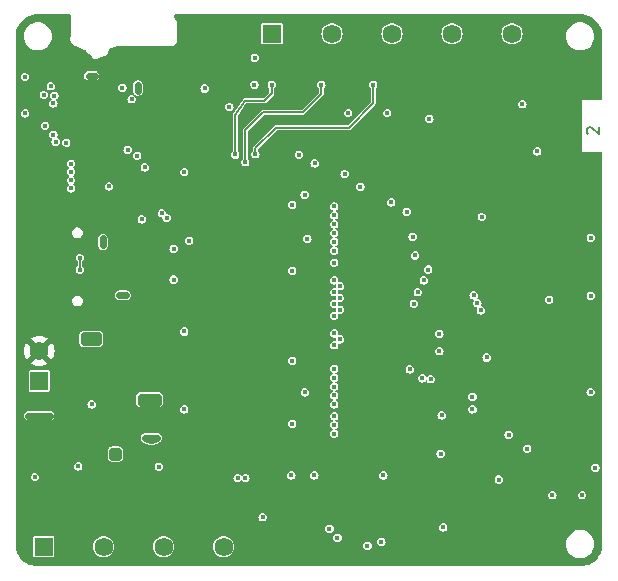
<source format=gbr>
%TF.GenerationSoftware,KiCad,Pcbnew,8.99.0-2608-ga0707285a1*%
%TF.CreationDate,2024-10-22T01:28:05-04:00*%
%TF.ProjectId,shinobi,7368696e-6f62-4692-9e6b-696361645f70,rev?*%
%TF.SameCoordinates,Original*%
%TF.FileFunction,Copper,L5,Inr*%
%TF.FilePolarity,Positive*%
%FSLAX46Y46*%
G04 Gerber Fmt 4.6, Leading zero omitted, Abs format (unit mm)*
G04 Created by KiCad (PCBNEW 8.99.0-2608-ga0707285a1) date 2024-10-22 01:28:05*
%MOMM*%
%LPD*%
G01*
G04 APERTURE LIST*
%ADD10C,0.200000*%
%TA.AperFunction,NonConductor*%
%ADD11C,0.200000*%
%TD*%
%TA.AperFunction,ComponentPad*%
%ADD12R,1.584000X1.584000*%
%TD*%
%TA.AperFunction,ComponentPad*%
%ADD13C,1.584000*%
%TD*%
%TA.AperFunction,ViaPad*%
%ADD14C,0.400000*%
%TD*%
%TA.AperFunction,Conductor*%
%ADD15C,0.600000*%
%TD*%
%TA.AperFunction,Conductor*%
%ADD16C,0.200000*%
%TD*%
%TA.AperFunction,Conductor*%
%ADD17C,0.157480*%
%TD*%
G04 APERTURE END LIST*
D10*
D11*
X174580557Y-91770545D02*
X174532938Y-91722926D01*
X174532938Y-91722926D02*
X174485319Y-91627688D01*
X174485319Y-91627688D02*
X174485319Y-91389593D01*
X174485319Y-91389593D02*
X174532938Y-91294355D01*
X174532938Y-91294355D02*
X174580557Y-91246736D01*
X174580557Y-91246736D02*
X174675795Y-91199117D01*
X174675795Y-91199117D02*
X174771033Y-91199117D01*
X174771033Y-91199117D02*
X174913890Y-91246736D01*
X174913890Y-91246736D02*
X175485319Y-91818164D01*
X175485319Y-91818164D02*
X175485319Y-91199117D01*
D12*
X147830100Y-83291600D03*
D13*
X150370100Y-83291600D03*
X152910100Y-83291600D03*
X155450100Y-83291600D03*
X157990100Y-83291600D03*
X160530100Y-83291600D03*
X163070100Y-83291600D03*
X165610100Y-83291600D03*
X168150100Y-83291600D03*
X170690100Y-83291600D03*
D12*
X128124900Y-112697400D03*
D13*
X128124900Y-110157400D03*
%TA.AperFunction,ComponentPad*%
G36*
G01*
X127006450Y-98707400D02*
X127006450Y-98707400D01*
G75*
G02*
X127506450Y-98207400I500000J0D01*
G01*
X128106450Y-98207400D01*
G75*
G02*
X128606450Y-98707400I0J-500000D01*
G01*
X128606450Y-98707400D01*
G75*
G02*
X128106450Y-99207400I-500000J0D01*
G01*
X127506450Y-99207400D01*
G75*
G02*
X127006450Y-98707400I0J500000D01*
G01*
G37*
%TD.AperFunction*%
%TA.AperFunction,ComponentPad*%
G36*
G01*
X127006450Y-107347400D02*
X127006450Y-107347400D01*
G75*
G02*
X127506450Y-106847400I500000J0D01*
G01*
X128106450Y-106847400D01*
G75*
G02*
X128606450Y-107347400I0J-500000D01*
G01*
X128606450Y-107347400D01*
G75*
G02*
X128106450Y-107847400I-500000J0D01*
G01*
X127506450Y-107847400D01*
G75*
G02*
X127006450Y-107347400I0J500000D01*
G01*
G37*
%TD.AperFunction*%
%TA.AperFunction,ComponentPad*%
G36*
G01*
X130756450Y-98707400D02*
X130756450Y-98707400D01*
G75*
G02*
X131256450Y-98207400I500000J0D01*
G01*
X132356450Y-98207400D01*
G75*
G02*
X132856450Y-98707400I0J-500000D01*
G01*
X132856450Y-98707400D01*
G75*
G02*
X132356450Y-99207400I-500000J0D01*
G01*
X131256450Y-99207400D01*
G75*
G02*
X130756450Y-98707400I0J500000D01*
G01*
G37*
%TD.AperFunction*%
%TA.AperFunction,ComponentPad*%
G36*
G01*
X130756450Y-107347400D02*
X130756450Y-107347400D01*
G75*
G02*
X131256450Y-106847400I500000J0D01*
G01*
X132356450Y-106847400D01*
G75*
G02*
X132856450Y-107347400I0J-500000D01*
G01*
X132856450Y-107347400D01*
G75*
G02*
X132356450Y-107847400I-500000J0D01*
G01*
X131256450Y-107847400D01*
G75*
G02*
X130756450Y-107347400I0J500000D01*
G01*
G37*
%TD.AperFunction*%
D12*
X128510100Y-126725600D03*
D13*
X131050100Y-126725600D03*
X133590100Y-126725600D03*
X136130100Y-126725600D03*
X138670100Y-126725600D03*
X141210100Y-126725600D03*
X143750100Y-126725600D03*
D14*
X130518100Y-105042600D03*
X131204424Y-101038761D03*
X133518100Y-101192600D03*
X135450636Y-105428205D03*
X170118100Y-85792600D03*
X135274900Y-84539900D03*
X143024988Y-93721853D03*
X144838146Y-94226615D03*
X150740451Y-99411051D03*
X174162443Y-104186496D03*
X139274900Y-84539900D03*
X137780356Y-108997788D03*
X150971473Y-88437580D03*
X167041101Y-93240391D03*
X174790797Y-117682442D03*
X154674371Y-121079195D03*
X147247135Y-93668457D03*
X130474900Y-82539900D03*
X132618100Y-122392600D03*
X134537419Y-107723494D03*
X128157651Y-117758758D03*
X160938100Y-113532600D03*
X157508100Y-105162600D03*
X134574900Y-86539900D03*
X131374900Y-84639900D03*
X147318100Y-97392600D03*
X174118100Y-124092600D03*
X157318100Y-115162600D03*
X139818100Y-113492600D03*
X147834879Y-94193675D03*
X129233792Y-94250338D03*
X131815910Y-115088821D03*
X148318100Y-118392600D03*
X139974900Y-83939900D03*
X159618100Y-88492600D03*
X138717876Y-116248427D03*
X161242491Y-95052470D03*
X174845437Y-107719847D03*
X166418100Y-123792600D03*
X168218100Y-95192600D03*
X161618100Y-88592600D03*
X136571886Y-97173275D03*
X136607208Y-100609777D03*
X138274900Y-84539900D03*
X160750342Y-124506782D03*
X132274900Y-85139900D03*
X175018100Y-94692600D03*
X139774900Y-84439900D03*
X171476003Y-118556673D03*
X160517078Y-90497433D03*
X136518100Y-105592600D03*
X151541708Y-125031449D03*
X155118100Y-103392600D03*
X134274900Y-85539900D03*
X164496675Y-99785129D03*
X147240882Y-94193675D03*
X132574900Y-85639900D03*
X136774900Y-84539900D03*
X140418100Y-110992600D03*
X153978100Y-102162600D03*
X127699264Y-121595699D03*
X135618100Y-117192600D03*
X128658936Y-117772066D03*
X155218100Y-118292600D03*
X139550203Y-89562867D03*
X141522085Y-93704863D03*
X149393721Y-93225287D03*
X161388100Y-118862600D03*
X148889328Y-123999474D03*
X159398100Y-113482600D03*
X130318100Y-123292600D03*
X164518100Y-127892600D03*
X154948100Y-98782600D03*
X127153986Y-121307023D03*
X139618100Y-106692600D03*
X133128931Y-107076633D03*
X130768100Y-99392600D03*
X164790479Y-117159670D03*
X139974900Y-82939900D03*
X133674701Y-113116888D03*
X153318100Y-110892600D03*
X158318100Y-110892600D03*
X148025312Y-89091736D03*
X174781691Y-111335158D03*
X147218100Y-102592600D03*
X133615209Y-112172952D03*
X147095722Y-88181820D03*
X153652950Y-115156676D03*
X133410629Y-99815098D03*
X170918100Y-127992600D03*
X140409778Y-97521109D03*
X142118159Y-89797299D03*
X147803616Y-93668457D03*
X155949291Y-121088301D03*
X160549645Y-93298171D03*
X172918100Y-127992600D03*
X144618100Y-96392600D03*
X153618100Y-96592600D03*
X143718100Y-110092600D03*
X132361610Y-115370472D03*
X134474900Y-86039900D03*
X128871872Y-119213815D03*
X139587405Y-87211120D03*
X132613678Y-96619147D03*
X139873633Y-90522725D03*
X167118100Y-97192600D03*
X126417889Y-89387413D03*
X133869040Y-111752544D03*
X161348100Y-108702600D03*
X163718100Y-89992600D03*
X160918100Y-127892600D03*
X130874900Y-84439900D03*
X140627674Y-119947496D03*
X143618100Y-90292600D03*
X134923448Y-106565404D03*
X127918100Y-102892600D03*
X171494217Y-99114133D03*
X145328298Y-90333375D03*
X134774900Y-84539900D03*
X137774900Y-84539900D03*
X136512612Y-116265791D03*
X133401039Y-111653391D03*
X133274997Y-107754794D03*
X155088230Y-89652441D03*
X165074080Y-121060981D03*
X132944936Y-111645459D03*
X138718100Y-102292600D03*
X172218100Y-92692600D03*
X143329683Y-121196712D03*
X135774900Y-84539900D03*
X134923448Y-107107933D03*
X150667477Y-121060981D03*
X134074900Y-85039900D03*
X171448684Y-106836509D03*
X156278499Y-86809568D03*
X143918100Y-91992600D03*
X133369310Y-112759937D03*
X135618100Y-103792600D03*
X132774900Y-86139900D03*
X171512430Y-104277562D03*
X163744520Y-121051875D03*
X130574900Y-82039900D03*
X172418100Y-120792600D03*
X156981839Y-89131084D03*
X131874900Y-84839900D03*
X153645133Y-125173938D03*
X130474900Y-83039900D03*
X147479362Y-86775138D03*
X161176466Y-121070088D03*
X127938919Y-89785221D03*
X158918100Y-100892600D03*
X155346380Y-126049579D03*
X140309157Y-121611601D03*
X164318100Y-110692600D03*
X151202641Y-90203310D03*
X153945971Y-123890341D03*
X128254110Y-121602043D03*
X143718100Y-104892600D03*
X160418100Y-125392600D03*
X129138041Y-117949512D03*
X139974900Y-83439900D03*
X139774900Y-81839900D03*
X146250788Y-123765634D03*
X168018100Y-89292600D03*
X152707350Y-121115621D03*
X145710832Y-128132636D03*
X133170664Y-99199537D03*
X132999726Y-115326464D03*
X150318100Y-112692600D03*
X147118100Y-113492600D03*
X160518100Y-115562600D03*
X152481443Y-89017959D03*
X127918100Y-100692600D03*
X142924331Y-85087342D03*
X155118100Y-107892600D03*
X157508100Y-106122600D03*
X146303849Y-94202023D03*
X128552469Y-118898848D03*
X130574900Y-84039900D03*
X174918100Y-85392600D03*
X155963499Y-123822947D03*
X136274900Y-84539900D03*
X150718100Y-114692600D03*
X129118100Y-85592600D03*
X138774900Y-84539900D03*
X166339895Y-121033662D03*
X151310553Y-95508729D03*
X147538311Y-90524731D03*
X170624214Y-89998450D03*
X130474900Y-83539900D03*
X151758428Y-86829242D03*
X127754146Y-95294370D03*
X143718100Y-116592600D03*
X127918100Y-105092600D03*
X144418100Y-100592600D03*
X133932291Y-107754794D03*
X136118100Y-118492600D03*
X139974900Y-82339900D03*
X155068556Y-88457254D03*
X138792412Y-88168725D03*
X135618100Y-116392600D03*
X136618100Y-119992600D03*
X127018100Y-124992600D03*
X145407652Y-88477708D03*
X146219506Y-88428875D03*
X146305427Y-121006342D03*
X143718100Y-97092600D03*
X171293872Y-112637398D03*
X150326717Y-101699250D03*
X147509744Y-93187007D03*
X163618100Y-86792600D03*
X145512145Y-124708838D03*
X137274900Y-84539900D03*
X147206181Y-108168306D03*
X172418100Y-89392600D03*
X161491248Y-117134144D03*
X128984831Y-121853374D03*
X145828839Y-89478792D03*
X127355256Y-122489886D03*
X132724900Y-90077400D03*
X126918100Y-93692600D03*
X159227659Y-121079195D03*
X169590942Y-93249498D03*
X145600508Y-94895527D03*
X134274900Y-84639900D03*
X128783148Y-118295532D03*
X174790797Y-98276328D03*
X144918500Y-120909000D03*
X129514900Y-92427400D03*
X129318100Y-91827400D03*
X145578900Y-120909000D03*
X153376700Y-125963600D03*
X155916700Y-126649400D03*
X157085100Y-126319200D03*
X146348100Y-87605100D03*
X146374900Y-85339900D03*
X146418100Y-93492600D03*
X156404900Y-87627400D03*
X145568100Y-94167600D03*
X152004900Y-87627400D03*
X144718100Y-93517600D03*
X147814900Y-87627400D03*
X130818100Y-95692600D03*
X138518100Y-98492600D03*
X128618100Y-91077400D03*
X130818100Y-96392600D03*
X130818100Y-94292600D03*
X135165261Y-87855519D03*
X129114900Y-87727400D03*
X138918100Y-98892600D03*
X130818100Y-94992600D03*
X134918100Y-105427400D03*
X133114900Y-109427400D03*
X127214900Y-115627400D03*
X128414900Y-115627400D03*
X132514900Y-109427400D03*
X127814900Y-115627400D03*
X134032205Y-96218189D03*
X133114900Y-108827400D03*
X131914900Y-109427400D03*
X136815734Y-99001718D03*
X133514900Y-100627400D03*
X132514900Y-108827400D03*
X131914900Y-108827400D03*
X129014900Y-115627400D03*
X137069717Y-94612276D03*
X165601100Y-98803600D03*
X136474900Y-88139900D03*
X137214900Y-114027400D03*
X132564900Y-114677400D03*
X137714900Y-114027400D03*
X138214900Y-114027400D03*
X137214900Y-114527400D03*
X166001100Y-110703600D03*
X174814900Y-113627400D03*
X150621183Y-113657378D03*
X154282300Y-90006800D03*
X150819998Y-100657763D03*
X174824900Y-100577400D03*
X136474900Y-87639900D03*
X174082300Y-122356800D03*
X132318100Y-86840890D03*
X149543100Y-103349600D03*
X161162273Y-90501252D03*
X140401100Y-115103600D03*
X138214900Y-114527400D03*
X136714900Y-114027400D03*
X126915870Y-86954848D03*
X129321066Y-89185668D03*
X142124900Y-87927400D03*
X140401100Y-95003600D03*
X149543100Y-110985600D03*
X149543100Y-116303600D03*
X132817900Y-86830759D03*
X149547212Y-97764568D03*
X139501100Y-101503600D03*
X169023300Y-89256800D03*
X162201100Y-115603600D03*
X140401100Y-108503600D03*
X126921788Y-90040916D03*
X137714900Y-114527400D03*
X175214900Y-120027400D03*
X170282056Y-93259466D03*
X171301100Y-105803600D03*
X138256615Y-119968604D03*
X144218100Y-89492600D03*
X136714900Y-114527400D03*
X130412896Y-92513566D03*
X140814900Y-100827400D03*
X129414900Y-88527400D03*
X159223781Y-98376663D03*
X153093100Y-112417600D03*
X153093100Y-113917600D03*
X155319800Y-96245600D03*
X153093100Y-114667600D03*
X159843100Y-106167600D03*
X151443100Y-94267600D03*
X153593100Y-104667600D03*
X153093100Y-113167600D03*
X153093100Y-107167600D03*
X161047500Y-103256000D03*
X153986300Y-95167600D03*
X164806700Y-115092400D03*
X165517900Y-106710400D03*
X162010157Y-108703600D03*
X153093100Y-105167600D03*
X150117878Y-93553200D03*
X153093100Y-102667600D03*
X153093100Y-97917600D03*
X153093100Y-99417600D03*
X160691900Y-104170400D03*
X153093100Y-116417600D03*
X153593100Y-109167600D03*
X160183900Y-105167600D03*
X153593100Y-106667600D03*
X153093100Y-98667600D03*
X164806700Y-114025600D03*
X161276100Y-112534622D03*
X167871300Y-117242600D03*
X153093100Y-117167600D03*
X165213100Y-106100800D03*
X162114300Y-118851600D03*
X169429500Y-118445200D03*
X153593100Y-105667600D03*
X153093100Y-108667600D03*
X134314900Y-119127400D03*
X134814900Y-119127400D03*
X134814900Y-118627400D03*
X131414900Y-119927400D03*
X127764900Y-120827400D03*
X139501100Y-104103600D03*
X134314900Y-118627400D03*
X174824900Y-105477400D03*
X157582300Y-90006800D03*
X162001100Y-110167600D03*
X160543100Y-112467600D03*
X164908300Y-105440400D03*
X159743100Y-100467600D03*
X153093100Y-104167600D03*
X153093100Y-106167600D03*
X153093100Y-101667600D03*
X153093100Y-109667600D03*
X159943100Y-102067600D03*
X159501100Y-111703600D03*
X153093100Y-100167600D03*
X150593100Y-96917600D03*
X153093100Y-100917600D03*
X153093100Y-115667600D03*
X153093100Y-111667600D03*
X157925840Y-97567600D03*
X157268100Y-120692600D03*
X151418100Y-120692600D03*
X147039545Y-124221676D03*
X152701100Y-125203600D03*
X162318100Y-125092600D03*
X149468100Y-120692600D03*
X137614900Y-117727400D03*
X137114900Y-117527400D03*
X138114900Y-117527400D03*
X135945526Y-88825578D03*
X128518100Y-88477400D03*
X131574042Y-102277674D03*
X131570334Y-103275054D03*
X171563100Y-122356800D03*
X167041900Y-121036000D03*
X135614900Y-93127400D03*
X136414900Y-93627400D03*
D15*
X132318100Y-86840890D02*
X132817900Y-86830759D01*
X136474900Y-87639900D02*
X136474900Y-88139900D01*
X131914900Y-108827400D02*
X132199100Y-109111600D01*
X132199100Y-109111600D02*
X132514900Y-109427400D01*
X132514900Y-109427400D02*
X133114900Y-108827400D01*
D16*
X144718100Y-90192600D02*
X145568100Y-88967600D01*
X144718100Y-93517600D02*
X144718100Y-90192600D01*
D15*
X137114900Y-117527400D02*
X138114900Y-117527400D01*
X137614900Y-117727400D02*
X138114900Y-117527400D01*
X137114900Y-117527400D02*
X137614900Y-117727400D01*
X133518100Y-100630600D02*
X133514900Y-100627400D01*
X133518100Y-101192600D02*
X133518100Y-100630600D01*
X135449831Y-105427400D02*
X135450636Y-105428205D01*
X134918100Y-105427400D02*
X135449831Y-105427400D01*
X131914900Y-108827400D02*
X131914900Y-109427400D01*
X133114900Y-109427400D02*
X131914900Y-109427400D01*
X133114900Y-108827400D02*
X133114900Y-109427400D01*
X131914900Y-108827400D02*
X133114900Y-108827400D01*
X129014900Y-115627400D02*
X127214900Y-115627400D01*
X136714900Y-114027400D02*
X136714900Y-114527400D01*
X138214900Y-114527400D02*
X136714900Y-114527400D01*
X138214900Y-114027400D02*
X138214900Y-114527400D01*
X136714900Y-114027400D02*
X138214900Y-114027400D01*
D16*
X146418100Y-92992600D02*
X146418100Y-93492600D01*
X154343100Y-91242600D02*
X148168100Y-91242600D01*
X148168100Y-91242600D02*
X146418100Y-92992600D01*
X156404900Y-89180800D02*
X154343100Y-91242600D01*
X156404900Y-87627400D02*
X156404900Y-89180800D01*
X152004900Y-88380800D02*
X152004900Y-87627400D01*
X150443100Y-89942600D02*
X152004900Y-88380800D01*
X145568100Y-91442600D02*
X147068100Y-89942600D01*
X147068100Y-89942600D02*
X150443100Y-89942600D01*
X145568100Y-94167600D02*
X145568100Y-91442600D01*
X147193100Y-88967600D02*
X147814900Y-88345800D01*
X147814900Y-88345800D02*
X147814900Y-87627400D01*
X145568100Y-88967600D02*
X147193100Y-88967600D01*
D15*
X134814900Y-119127400D02*
X134814900Y-118627400D01*
X134314900Y-119127400D02*
X134570381Y-118871919D01*
X134314900Y-119127400D02*
X134814900Y-119127400D01*
X134314900Y-119127400D02*
X134314900Y-118627400D01*
X134814900Y-118627400D02*
X134314900Y-118627400D01*
D17*
X131574042Y-103271346D02*
X131570334Y-103275054D01*
X131574042Y-102277674D02*
X131574042Y-103271346D01*
%TA.AperFunction,Conductor*%
G36*
X130760314Y-81645686D02*
G01*
X130774900Y-81680900D01*
X130774900Y-83339647D01*
X130774898Y-83340113D01*
X130770422Y-83818596D01*
X130770422Y-83818597D01*
X130991503Y-84272002D01*
X130991504Y-84272003D01*
X131426204Y-84444384D01*
X131910857Y-84629365D01*
X131922409Y-84635630D01*
X132377986Y-84967291D01*
X132390463Y-84980462D01*
X132737677Y-85516058D01*
X132737677Y-85516057D01*
X132737678Y-85516058D01*
X133203055Y-85339900D01*
X146015981Y-85339900D01*
X146033547Y-85450810D01*
X146033548Y-85450813D01*
X146066792Y-85516058D01*
X146084528Y-85550867D01*
X146163933Y-85630272D01*
X146263988Y-85681252D01*
X146374900Y-85698819D01*
X146485812Y-85681252D01*
X146585867Y-85630272D01*
X146665272Y-85550867D01*
X146716252Y-85450812D01*
X146733819Y-85339900D01*
X146716252Y-85228988D01*
X146665272Y-85128933D01*
X146585867Y-85049528D01*
X146585864Y-85049526D01*
X146485813Y-84998548D01*
X146485810Y-84998547D01*
X146374900Y-84980981D01*
X146263989Y-84998547D01*
X146263986Y-84998548D01*
X146163935Y-85049526D01*
X146084526Y-85128935D01*
X146033548Y-85228986D01*
X146033547Y-85228989D01*
X146015981Y-85339900D01*
X133203055Y-85339900D01*
X133873372Y-85086167D01*
X134135952Y-84498941D01*
X134163641Y-84472750D01*
X134170170Y-84470757D01*
X134740430Y-84338797D01*
X134751666Y-84337516D01*
X139571979Y-84339898D01*
X139574899Y-84339900D01*
X139574899Y-84339899D01*
X139574900Y-84339900D01*
X139783274Y-83960708D01*
X139777517Y-83478516D01*
X139765709Y-82489542D01*
X146936000Y-82489542D01*
X146936000Y-84093653D01*
X146936001Y-84093663D01*
X146941922Y-84123435D01*
X146941923Y-84123437D01*
X146964488Y-84157208D01*
X146964489Y-84157208D01*
X146964490Y-84157210D01*
X146998263Y-84179776D01*
X147028045Y-84185700D01*
X148632154Y-84185699D01*
X148632155Y-84185698D01*
X148632163Y-84185698D01*
X148661935Y-84179777D01*
X148661937Y-84179776D01*
X148695710Y-84157210D01*
X148718276Y-84123437D01*
X148724200Y-84093655D01*
X148724199Y-83291600D01*
X152011075Y-83291600D01*
X152030721Y-83478518D01*
X152059760Y-83567892D01*
X152088800Y-83657267D01*
X152088802Y-83657270D01*
X152127389Y-83724105D01*
X152182773Y-83820034D01*
X152308535Y-83959706D01*
X152460587Y-84070178D01*
X152632286Y-84146624D01*
X152816126Y-84185700D01*
X152816129Y-84185700D01*
X153004071Y-84185700D01*
X153004074Y-84185700D01*
X153187914Y-84146624D01*
X153359613Y-84070178D01*
X153511665Y-83959706D01*
X153637427Y-83820034D01*
X153731400Y-83657266D01*
X153789479Y-83478518D01*
X153809125Y-83291600D01*
X157091075Y-83291600D01*
X157110721Y-83478518D01*
X157139760Y-83567892D01*
X157168800Y-83657267D01*
X157168802Y-83657270D01*
X157207389Y-83724105D01*
X157262773Y-83820034D01*
X157388535Y-83959706D01*
X157540587Y-84070178D01*
X157712286Y-84146624D01*
X157896126Y-84185700D01*
X157896129Y-84185700D01*
X158084071Y-84185700D01*
X158084074Y-84185700D01*
X158267914Y-84146624D01*
X158439613Y-84070178D01*
X158591665Y-83959706D01*
X158717427Y-83820034D01*
X158811400Y-83657266D01*
X158869479Y-83478518D01*
X158889125Y-83291600D01*
X162171075Y-83291600D01*
X162190721Y-83478518D01*
X162219760Y-83567892D01*
X162248800Y-83657267D01*
X162248802Y-83657270D01*
X162287389Y-83724105D01*
X162342773Y-83820034D01*
X162468535Y-83959706D01*
X162620587Y-84070178D01*
X162792286Y-84146624D01*
X162976126Y-84185700D01*
X162976129Y-84185700D01*
X163164071Y-84185700D01*
X163164074Y-84185700D01*
X163347914Y-84146624D01*
X163519613Y-84070178D01*
X163671665Y-83959706D01*
X163797427Y-83820034D01*
X163891400Y-83657266D01*
X163949479Y-83478518D01*
X163969125Y-83291600D01*
X167251075Y-83291600D01*
X167270721Y-83478518D01*
X167299760Y-83567892D01*
X167328800Y-83657267D01*
X167328802Y-83657270D01*
X167367389Y-83724105D01*
X167422773Y-83820034D01*
X167548535Y-83959706D01*
X167700587Y-84070178D01*
X167872286Y-84146624D01*
X168056126Y-84185700D01*
X168056129Y-84185700D01*
X168244071Y-84185700D01*
X168244074Y-84185700D01*
X168427914Y-84146624D01*
X168599613Y-84070178D01*
X168751665Y-83959706D01*
X168877427Y-83820034D01*
X168971400Y-83657266D01*
X169021329Y-83503600D01*
X172724900Y-83503600D01*
X172745332Y-83724099D01*
X172745333Y-83724105D01*
X172805932Y-83937087D01*
X172805933Y-83937090D01*
X172904639Y-84135319D01*
X172904640Y-84135322D01*
X173038084Y-84312030D01*
X173038089Y-84312036D01*
X173183269Y-84444384D01*
X173201738Y-84461221D01*
X173390014Y-84577796D01*
X173596504Y-84657791D01*
X173814178Y-84698481D01*
X173814179Y-84698481D01*
X174035621Y-84698481D01*
X174035622Y-84698481D01*
X174253296Y-84657791D01*
X174459786Y-84577796D01*
X174648062Y-84461221D01*
X174811711Y-84312035D01*
X174907116Y-84185699D01*
X174945159Y-84135322D01*
X174945159Y-84135321D01*
X174945161Y-84135319D01*
X175043867Y-83937090D01*
X175104468Y-83724099D01*
X175124900Y-83503600D01*
X175104468Y-83283101D01*
X175043867Y-83070110D01*
X174945161Y-82871881D01*
X174945159Y-82871879D01*
X174945159Y-82871877D01*
X174811715Y-82695169D01*
X174811710Y-82695163D01*
X174648061Y-82545978D01*
X174459788Y-82429405D01*
X174459786Y-82429404D01*
X174290170Y-82363694D01*
X174253297Y-82349409D01*
X174144459Y-82329064D01*
X174035622Y-82308719D01*
X173814178Y-82308719D01*
X173741620Y-82322282D01*
X173596502Y-82349409D01*
X173390011Y-82429405D01*
X173201738Y-82545978D01*
X173038089Y-82695163D01*
X173038084Y-82695169D01*
X172904640Y-82871877D01*
X172904639Y-82871880D01*
X172805932Y-83070112D01*
X172745333Y-83283094D01*
X172745332Y-83283100D01*
X172724900Y-83503600D01*
X169021329Y-83503600D01*
X169029479Y-83478518D01*
X169049125Y-83291600D01*
X169029479Y-83104682D01*
X168971400Y-82925934D01*
X168877427Y-82763166D01*
X168751665Y-82623494D01*
X168599613Y-82513022D01*
X168427914Y-82436576D01*
X168427912Y-82436575D01*
X168427911Y-82436575D01*
X168361299Y-82422416D01*
X168244074Y-82397500D01*
X168056126Y-82397500D01*
X167982590Y-82413130D01*
X167872283Y-82436576D01*
X167700596Y-82513017D01*
X167700586Y-82513023D01*
X167548534Y-82623494D01*
X167422777Y-82763161D01*
X167422771Y-82763168D01*
X167328802Y-82925929D01*
X167328800Y-82925932D01*
X167276253Y-83087655D01*
X167270721Y-83104682D01*
X167251075Y-83291600D01*
X163969125Y-83291600D01*
X163949479Y-83104682D01*
X163891400Y-82925934D01*
X163797427Y-82763166D01*
X163671665Y-82623494D01*
X163519613Y-82513022D01*
X163347914Y-82436576D01*
X163347912Y-82436575D01*
X163347911Y-82436575D01*
X163281299Y-82422416D01*
X163164074Y-82397500D01*
X162976126Y-82397500D01*
X162902590Y-82413130D01*
X162792283Y-82436576D01*
X162620596Y-82513017D01*
X162620586Y-82513023D01*
X162468534Y-82623494D01*
X162342777Y-82763161D01*
X162342771Y-82763168D01*
X162248802Y-82925929D01*
X162248800Y-82925932D01*
X162196253Y-83087655D01*
X162190721Y-83104682D01*
X162171075Y-83291600D01*
X158889125Y-83291600D01*
X158869479Y-83104682D01*
X158811400Y-82925934D01*
X158717427Y-82763166D01*
X158591665Y-82623494D01*
X158439613Y-82513022D01*
X158267914Y-82436576D01*
X158267912Y-82436575D01*
X158267911Y-82436575D01*
X158201299Y-82422416D01*
X158084074Y-82397500D01*
X157896126Y-82397500D01*
X157822590Y-82413130D01*
X157712283Y-82436576D01*
X157540596Y-82513017D01*
X157540586Y-82513023D01*
X157388534Y-82623494D01*
X157262777Y-82763161D01*
X157262771Y-82763168D01*
X157168802Y-82925929D01*
X157168800Y-82925932D01*
X157116253Y-83087655D01*
X157110721Y-83104682D01*
X157091075Y-83291600D01*
X153809125Y-83291600D01*
X153789479Y-83104682D01*
X153731400Y-82925934D01*
X153637427Y-82763166D01*
X153511665Y-82623494D01*
X153359613Y-82513022D01*
X153187914Y-82436576D01*
X153187912Y-82436575D01*
X153187911Y-82436575D01*
X153121299Y-82422416D01*
X153004074Y-82397500D01*
X152816126Y-82397500D01*
X152742590Y-82413130D01*
X152632283Y-82436576D01*
X152460596Y-82513017D01*
X152460586Y-82513023D01*
X152308534Y-82623494D01*
X152182777Y-82763161D01*
X152182771Y-82763168D01*
X152088802Y-82925929D01*
X152088800Y-82925932D01*
X152036253Y-83087655D01*
X152030721Y-83104682D01*
X152011075Y-83291600D01*
X148724199Y-83291600D01*
X148724199Y-82489546D01*
X148724199Y-82489545D01*
X148724198Y-82489536D01*
X148718277Y-82459764D01*
X148718276Y-82459762D01*
X148695711Y-82425991D01*
X148695707Y-82425988D01*
X148661937Y-82403424D01*
X148661934Y-82403423D01*
X148661936Y-82403423D01*
X148638078Y-82398678D01*
X148632155Y-82397500D01*
X148632154Y-82397500D01*
X147028046Y-82397500D01*
X147028036Y-82397501D01*
X146998264Y-82403422D01*
X146998262Y-82403423D01*
X146964491Y-82425988D01*
X146941923Y-82459764D01*
X146936000Y-82489542D01*
X139765709Y-82489542D01*
X139765687Y-82487694D01*
X139763443Y-82299791D01*
X139763443Y-82299787D01*
X139574449Y-81873341D01*
X139570181Y-81852706D01*
X139571766Y-81680442D01*
X139586676Y-81645364D01*
X139621564Y-81631100D01*
X173895799Y-81631100D01*
X173923276Y-81631100D01*
X173926532Y-81631206D01*
X174166055Y-81646905D01*
X174172504Y-81647754D01*
X174406341Y-81694268D01*
X174412626Y-81695952D01*
X174638391Y-81772589D01*
X174644398Y-81775077D01*
X174858229Y-81880526D01*
X174863859Y-81883777D01*
X175062093Y-82016233D01*
X175067246Y-82020186D01*
X175246510Y-82177397D01*
X175251102Y-82181989D01*
X175408312Y-82361251D01*
X175412267Y-82366408D01*
X175494539Y-82489536D01*
X175544719Y-82564635D01*
X175547976Y-82570276D01*
X175653419Y-82784095D01*
X175655912Y-82790113D01*
X175732546Y-83015869D01*
X175734232Y-83022161D01*
X175780744Y-83255990D01*
X175781594Y-83262449D01*
X175797293Y-83501967D01*
X175797400Y-83505224D01*
X175797400Y-88842800D01*
X175782814Y-88878014D01*
X175747600Y-88892600D01*
X174118100Y-88892600D01*
X174118100Y-93292600D01*
X175747600Y-93292600D01*
X175782814Y-93307186D01*
X175797400Y-93342400D01*
X175797400Y-126501975D01*
X175797293Y-126505232D01*
X175781594Y-126744750D01*
X175780744Y-126751209D01*
X175734232Y-126985038D01*
X175732546Y-126991330D01*
X175655912Y-127217086D01*
X175653419Y-127223104D01*
X175547976Y-127436923D01*
X175544719Y-127442564D01*
X175412272Y-127640785D01*
X175408307Y-127645954D01*
X175251109Y-127825203D01*
X175246503Y-127829809D01*
X175067254Y-127987007D01*
X175062085Y-127990972D01*
X174863864Y-128123419D01*
X174858223Y-128126676D01*
X174644404Y-128232119D01*
X174638386Y-128234612D01*
X174412630Y-128311246D01*
X174406338Y-128312932D01*
X174172509Y-128359444D01*
X174166050Y-128360294D01*
X173926533Y-128375993D01*
X173923276Y-128376100D01*
X128002724Y-128376100D01*
X127999467Y-128375993D01*
X127759949Y-128360294D01*
X127753490Y-128359444D01*
X127519661Y-128312932D01*
X127513369Y-128311246D01*
X127287613Y-128234612D01*
X127281595Y-128232119D01*
X127067776Y-128126676D01*
X127062135Y-128123419D01*
X127036920Y-128106571D01*
X126863908Y-127990967D01*
X126858751Y-127987012D01*
X126679489Y-127829802D01*
X126674897Y-127825210D01*
X126517686Y-127645946D01*
X126513733Y-127640793D01*
X126381277Y-127442559D01*
X126378026Y-127436929D01*
X126272577Y-127223098D01*
X126270087Y-127217086D01*
X126260529Y-127188930D01*
X126193452Y-126991326D01*
X126191767Y-126985038D01*
X126182763Y-126939772D01*
X126145254Y-126751204D01*
X126144405Y-126744750D01*
X126135545Y-126609572D01*
X126128707Y-126505232D01*
X126128600Y-126501975D01*
X126128600Y-125923542D01*
X127616000Y-125923542D01*
X127616000Y-127527653D01*
X127616001Y-127527663D01*
X127621922Y-127557435D01*
X127621923Y-127557437D01*
X127644488Y-127591208D01*
X127644489Y-127591208D01*
X127644490Y-127591210D01*
X127678263Y-127613776D01*
X127708045Y-127619700D01*
X129312154Y-127619699D01*
X129312155Y-127619698D01*
X129312163Y-127619698D01*
X129341935Y-127613777D01*
X129341937Y-127613776D01*
X129375710Y-127591210D01*
X129398276Y-127557437D01*
X129404200Y-127527655D01*
X129404199Y-126725598D01*
X132691075Y-126725598D01*
X132691075Y-126725601D01*
X132700898Y-126819059D01*
X132710721Y-126912518D01*
X132719577Y-126939773D01*
X132768800Y-127091267D01*
X132768802Y-127091270D01*
X132862771Y-127254031D01*
X132862773Y-127254034D01*
X132988535Y-127393706D01*
X133140587Y-127504178D01*
X133312286Y-127580624D01*
X133496126Y-127619700D01*
X133496129Y-127619700D01*
X133684071Y-127619700D01*
X133684074Y-127619700D01*
X133867914Y-127580624D01*
X134039613Y-127504178D01*
X134191665Y-127393706D01*
X134317427Y-127254034D01*
X134411400Y-127091266D01*
X134469479Y-126912518D01*
X134489125Y-126725600D01*
X134489125Y-126725598D01*
X137771075Y-126725598D01*
X137771075Y-126725601D01*
X137780898Y-126819059D01*
X137790721Y-126912518D01*
X137799577Y-126939773D01*
X137848800Y-127091267D01*
X137848802Y-127091270D01*
X137942771Y-127254031D01*
X137942773Y-127254034D01*
X138068535Y-127393706D01*
X138220587Y-127504178D01*
X138392286Y-127580624D01*
X138576126Y-127619700D01*
X138576129Y-127619700D01*
X138764071Y-127619700D01*
X138764074Y-127619700D01*
X138947914Y-127580624D01*
X139119613Y-127504178D01*
X139271665Y-127393706D01*
X139397427Y-127254034D01*
X139491400Y-127091266D01*
X139549479Y-126912518D01*
X139569125Y-126725600D01*
X139569125Y-126725598D01*
X142851075Y-126725598D01*
X142851075Y-126725601D01*
X142860898Y-126819059D01*
X142870721Y-126912518D01*
X142879577Y-126939773D01*
X142928800Y-127091267D01*
X142928802Y-127091270D01*
X143022771Y-127254031D01*
X143022773Y-127254034D01*
X143148535Y-127393706D01*
X143300587Y-127504178D01*
X143472286Y-127580624D01*
X143656126Y-127619700D01*
X143656129Y-127619700D01*
X143844071Y-127619700D01*
X143844074Y-127619700D01*
X144027914Y-127580624D01*
X144199613Y-127504178D01*
X144351665Y-127393706D01*
X144477427Y-127254034D01*
X144571400Y-127091266D01*
X144629479Y-126912518D01*
X144649125Y-126725600D01*
X144641116Y-126649400D01*
X155557781Y-126649400D01*
X155575347Y-126760310D01*
X155575348Y-126760313D01*
X155626326Y-126860364D01*
X155626328Y-126860367D01*
X155705733Y-126939772D01*
X155705735Y-126939773D01*
X155794573Y-126985038D01*
X155805788Y-126990752D01*
X155916700Y-127008319D01*
X156027612Y-126990752D01*
X156127667Y-126939772D01*
X156207072Y-126860367D01*
X156258052Y-126760312D01*
X156275619Y-126649400D01*
X156258052Y-126538488D01*
X156207072Y-126438433D01*
X156127667Y-126359028D01*
X156127664Y-126359026D01*
X156049500Y-126319200D01*
X156726181Y-126319200D01*
X156743747Y-126430110D01*
X156743748Y-126430113D01*
X156782023Y-126505232D01*
X156794728Y-126530167D01*
X156874133Y-126609572D01*
X156974188Y-126660552D01*
X157085100Y-126678119D01*
X157196012Y-126660552D01*
X157296067Y-126609572D01*
X157375472Y-126530167D01*
X157389009Y-126503600D01*
X172724900Y-126503600D01*
X172745332Y-126724099D01*
X172745333Y-126724105D01*
X172800941Y-126919545D01*
X172805933Y-126937090D01*
X172841401Y-127008319D01*
X172904639Y-127135319D01*
X172904640Y-127135322D01*
X173038084Y-127312030D01*
X173038089Y-127312036D01*
X173175084Y-127436923D01*
X173201738Y-127461221D01*
X173390014Y-127577796D01*
X173596504Y-127657791D01*
X173814178Y-127698481D01*
X173814179Y-127698481D01*
X174035621Y-127698481D01*
X174035622Y-127698481D01*
X174253296Y-127657791D01*
X174459786Y-127577796D01*
X174648062Y-127461221D01*
X174811711Y-127312035D01*
X174811715Y-127312030D01*
X174945159Y-127135322D01*
X174945159Y-127135321D01*
X174945161Y-127135319D01*
X175043867Y-126937090D01*
X175104468Y-126724099D01*
X175124900Y-126503600D01*
X175104468Y-126283101D01*
X175043867Y-126070110D01*
X174945161Y-125871881D01*
X174945159Y-125871879D01*
X174945159Y-125871877D01*
X174811715Y-125695169D01*
X174811710Y-125695163D01*
X174648061Y-125545978D01*
X174459788Y-125429405D01*
X174459786Y-125429404D01*
X174383881Y-125399998D01*
X174253297Y-125349409D01*
X174066617Y-125314513D01*
X174035622Y-125308719D01*
X173814178Y-125308719D01*
X173783183Y-125314513D01*
X173596502Y-125349409D01*
X173390011Y-125429405D01*
X173201738Y-125545978D01*
X173038089Y-125695163D01*
X173038084Y-125695169D01*
X172904640Y-125871877D01*
X172904639Y-125871880D01*
X172805932Y-126070112D01*
X172745333Y-126283094D01*
X172745332Y-126283100D01*
X172724900Y-126503600D01*
X157389009Y-126503600D01*
X157401701Y-126478690D01*
X157401701Y-126478689D01*
X157426451Y-126430113D01*
X157426452Y-126430112D01*
X157444019Y-126319200D01*
X157426452Y-126208288D01*
X157375472Y-126108233D01*
X157296067Y-126028828D01*
X157296064Y-126028826D01*
X157196013Y-125977848D01*
X157196010Y-125977847D01*
X157085100Y-125960281D01*
X156974189Y-125977847D01*
X156974186Y-125977848D01*
X156874135Y-126028826D01*
X156794726Y-126108235D01*
X156743748Y-126208286D01*
X156743747Y-126208289D01*
X156726181Y-126319200D01*
X156049500Y-126319200D01*
X156027613Y-126308048D01*
X156027610Y-126308047D01*
X155916700Y-126290481D01*
X155805789Y-126308047D01*
X155805786Y-126308048D01*
X155705735Y-126359026D01*
X155626326Y-126438435D01*
X155575348Y-126538486D01*
X155575347Y-126538489D01*
X155557781Y-126649400D01*
X144641116Y-126649400D01*
X144629479Y-126538682D01*
X144571400Y-126359934D01*
X144477427Y-126197166D01*
X144351665Y-126057494D01*
X144222431Y-125963600D01*
X153017781Y-125963600D01*
X153035347Y-126074510D01*
X153035348Y-126074513D01*
X153086326Y-126174564D01*
X153086328Y-126174567D01*
X153165733Y-126253972D01*
X153265788Y-126304952D01*
X153376700Y-126322519D01*
X153487612Y-126304952D01*
X153587667Y-126253972D01*
X153667072Y-126174567D01*
X153718052Y-126074512D01*
X153735619Y-125963600D01*
X153718052Y-125852688D01*
X153667072Y-125752633D01*
X153587667Y-125673228D01*
X153587664Y-125673226D01*
X153487613Y-125622248D01*
X153487610Y-125622247D01*
X153376700Y-125604681D01*
X153265789Y-125622247D01*
X153265786Y-125622248D01*
X153165735Y-125673226D01*
X153086326Y-125752635D01*
X153035348Y-125852686D01*
X153035347Y-125852689D01*
X153017781Y-125963600D01*
X144222431Y-125963600D01*
X144199613Y-125947022D01*
X144027914Y-125870576D01*
X144027912Y-125870575D01*
X144027911Y-125870575D01*
X143943761Y-125852689D01*
X143844074Y-125831500D01*
X143656126Y-125831500D01*
X143582590Y-125847130D01*
X143472283Y-125870576D01*
X143300596Y-125947017D01*
X143300586Y-125947023D01*
X143148534Y-126057494D01*
X143022777Y-126197161D01*
X143022771Y-126197168D01*
X142928802Y-126359929D01*
X142928800Y-126359932D01*
X142870721Y-126538682D01*
X142851075Y-126725598D01*
X139569125Y-126725598D01*
X139549479Y-126538682D01*
X139491400Y-126359934D01*
X139397427Y-126197166D01*
X139271665Y-126057494D01*
X139119613Y-125947022D01*
X138947914Y-125870576D01*
X138947912Y-125870575D01*
X138947911Y-125870575D01*
X138863761Y-125852689D01*
X138764074Y-125831500D01*
X138576126Y-125831500D01*
X138502590Y-125847130D01*
X138392283Y-125870576D01*
X138220596Y-125947017D01*
X138220586Y-125947023D01*
X138068534Y-126057494D01*
X137942777Y-126197161D01*
X137942771Y-126197168D01*
X137848802Y-126359929D01*
X137848800Y-126359932D01*
X137790721Y-126538682D01*
X137771075Y-126725598D01*
X134489125Y-126725598D01*
X134469479Y-126538682D01*
X134411400Y-126359934D01*
X134317427Y-126197166D01*
X134191665Y-126057494D01*
X134039613Y-125947022D01*
X133867914Y-125870576D01*
X133867912Y-125870575D01*
X133867911Y-125870575D01*
X133783761Y-125852689D01*
X133684074Y-125831500D01*
X133496126Y-125831500D01*
X133422590Y-125847130D01*
X133312283Y-125870576D01*
X133140596Y-125947017D01*
X133140586Y-125947023D01*
X132988534Y-126057494D01*
X132862777Y-126197161D01*
X132862771Y-126197168D01*
X132768802Y-126359929D01*
X132768800Y-126359932D01*
X132710721Y-126538682D01*
X132691075Y-126725598D01*
X129404199Y-126725598D01*
X129404199Y-125923546D01*
X129404199Y-125923545D01*
X129404198Y-125923536D01*
X129398277Y-125893764D01*
X129398276Y-125893762D01*
X129375711Y-125859991D01*
X129375707Y-125859988D01*
X129341937Y-125837424D01*
X129341934Y-125837423D01*
X129341936Y-125837423D01*
X129318078Y-125832678D01*
X129312155Y-125831500D01*
X129312154Y-125831500D01*
X127708046Y-125831500D01*
X127708036Y-125831501D01*
X127678264Y-125837422D01*
X127678262Y-125837423D01*
X127644491Y-125859988D01*
X127621923Y-125893764D01*
X127616000Y-125923542D01*
X126128600Y-125923542D01*
X126128600Y-125203600D01*
X152342181Y-125203600D01*
X152359747Y-125314510D01*
X152359748Y-125314513D01*
X152394630Y-125382973D01*
X152410728Y-125414567D01*
X152490133Y-125493972D01*
X152590188Y-125544952D01*
X152701100Y-125562519D01*
X152812012Y-125544952D01*
X152912067Y-125493972D01*
X152991472Y-125414567D01*
X153042452Y-125314512D01*
X153060019Y-125203600D01*
X153042452Y-125092688D01*
X153042407Y-125092600D01*
X161959181Y-125092600D01*
X161976747Y-125203510D01*
X161976748Y-125203513D01*
X162027726Y-125303564D01*
X162027728Y-125303567D01*
X162107133Y-125382972D01*
X162207188Y-125433952D01*
X162318100Y-125451519D01*
X162429012Y-125433952D01*
X162529067Y-125382972D01*
X162608472Y-125303567D01*
X162659452Y-125203512D01*
X162677019Y-125092600D01*
X162659452Y-124981688D01*
X162608472Y-124881633D01*
X162529067Y-124802228D01*
X162529064Y-124802226D01*
X162429013Y-124751248D01*
X162429010Y-124751247D01*
X162318100Y-124733681D01*
X162207189Y-124751247D01*
X162207186Y-124751248D01*
X162107135Y-124802226D01*
X162027726Y-124881635D01*
X161976748Y-124981686D01*
X161976747Y-124981689D01*
X161959181Y-125092600D01*
X153042407Y-125092600D01*
X152991472Y-124992633D01*
X152912067Y-124913228D01*
X152912064Y-124913226D01*
X152812013Y-124862248D01*
X152812010Y-124862247D01*
X152701100Y-124844681D01*
X152590189Y-124862247D01*
X152590186Y-124862248D01*
X152490135Y-124913226D01*
X152410726Y-124992635D01*
X152359748Y-125092686D01*
X152359747Y-125092689D01*
X152342181Y-125203600D01*
X126128600Y-125203600D01*
X126128600Y-124221676D01*
X146680626Y-124221676D01*
X146698192Y-124332586D01*
X146698193Y-124332589D01*
X146749171Y-124432640D01*
X146749173Y-124432643D01*
X146828578Y-124512048D01*
X146928633Y-124563028D01*
X147039545Y-124580595D01*
X147150457Y-124563028D01*
X147250512Y-124512048D01*
X147329917Y-124432643D01*
X147380897Y-124332588D01*
X147398464Y-124221676D01*
X147380897Y-124110764D01*
X147329917Y-124010709D01*
X147250512Y-123931304D01*
X147250509Y-123931302D01*
X147150458Y-123880324D01*
X147150455Y-123880323D01*
X147039545Y-123862757D01*
X146928634Y-123880323D01*
X146928631Y-123880324D01*
X146828580Y-123931302D01*
X146749171Y-124010711D01*
X146698193Y-124110762D01*
X146698192Y-124110765D01*
X146680626Y-124221676D01*
X126128600Y-124221676D01*
X126128600Y-122356800D01*
X171204181Y-122356800D01*
X171221747Y-122467710D01*
X171221748Y-122467713D01*
X171272726Y-122567764D01*
X171272728Y-122567767D01*
X171352133Y-122647172D01*
X171452188Y-122698152D01*
X171563100Y-122715719D01*
X171674012Y-122698152D01*
X171774067Y-122647172D01*
X171853472Y-122567767D01*
X171904452Y-122467712D01*
X171922019Y-122356800D01*
X173723381Y-122356800D01*
X173740947Y-122467710D01*
X173740948Y-122467713D01*
X173791926Y-122567764D01*
X173791928Y-122567767D01*
X173871333Y-122647172D01*
X173971388Y-122698152D01*
X174082300Y-122715719D01*
X174193212Y-122698152D01*
X174293267Y-122647172D01*
X174372672Y-122567767D01*
X174423652Y-122467712D01*
X174441219Y-122356800D01*
X174423652Y-122245888D01*
X174372672Y-122145833D01*
X174293267Y-122066428D01*
X174293264Y-122066426D01*
X174193213Y-122015448D01*
X174193210Y-122015447D01*
X174082300Y-121997881D01*
X173971389Y-122015447D01*
X173971386Y-122015448D01*
X173871335Y-122066426D01*
X173791926Y-122145835D01*
X173740948Y-122245886D01*
X173740947Y-122245889D01*
X173723381Y-122356800D01*
X171922019Y-122356800D01*
X171904452Y-122245888D01*
X171853472Y-122145833D01*
X171774067Y-122066428D01*
X171774064Y-122066426D01*
X171674013Y-122015448D01*
X171674010Y-122015447D01*
X171563100Y-121997881D01*
X171452189Y-122015447D01*
X171452186Y-122015448D01*
X171352135Y-122066426D01*
X171272726Y-122145835D01*
X171221748Y-122245886D01*
X171221747Y-122245889D01*
X171204181Y-122356800D01*
X126128600Y-122356800D01*
X126128600Y-120827400D01*
X127405981Y-120827400D01*
X127423547Y-120938310D01*
X127423548Y-120938313D01*
X127474526Y-121038364D01*
X127474528Y-121038367D01*
X127553933Y-121117772D01*
X127653988Y-121168752D01*
X127764900Y-121186319D01*
X127875812Y-121168752D01*
X127975867Y-121117772D01*
X128055272Y-121038367D01*
X128106252Y-120938312D01*
X128110895Y-120909000D01*
X144559581Y-120909000D01*
X144577147Y-121019910D01*
X144577148Y-121019913D01*
X144627010Y-121117773D01*
X144628128Y-121119967D01*
X144707533Y-121199372D01*
X144807588Y-121250352D01*
X144918500Y-121267919D01*
X145029412Y-121250352D01*
X145129467Y-121199372D01*
X145208872Y-121119967D01*
X145208873Y-121119964D01*
X145211643Y-121117195D01*
X145212527Y-121118079D01*
X145240907Y-121100686D01*
X145277969Y-121109581D01*
X145285670Y-121117282D01*
X145285757Y-121117195D01*
X145288526Y-121119964D01*
X145288528Y-121119967D01*
X145367933Y-121199372D01*
X145467988Y-121250352D01*
X145578900Y-121267919D01*
X145689812Y-121250352D01*
X145789867Y-121199372D01*
X145869272Y-121119967D01*
X145920252Y-121019912D01*
X145937819Y-120909000D01*
X145920252Y-120798088D01*
X145869272Y-120698033D01*
X145863839Y-120692600D01*
X149109181Y-120692600D01*
X149126747Y-120803510D01*
X149126748Y-120803513D01*
X149174530Y-120897291D01*
X149177728Y-120903567D01*
X149257133Y-120982972D01*
X149357188Y-121033952D01*
X149468100Y-121051519D01*
X149579012Y-121033952D01*
X149679067Y-120982972D01*
X149758472Y-120903567D01*
X149809452Y-120803512D01*
X149827019Y-120692600D01*
X151059181Y-120692600D01*
X151076747Y-120803510D01*
X151076748Y-120803513D01*
X151124530Y-120897291D01*
X151127728Y-120903567D01*
X151207133Y-120982972D01*
X151307188Y-121033952D01*
X151418100Y-121051519D01*
X151529012Y-121033952D01*
X151629067Y-120982972D01*
X151708472Y-120903567D01*
X151759452Y-120803512D01*
X151777019Y-120692600D01*
X156909181Y-120692600D01*
X156926747Y-120803510D01*
X156926748Y-120803513D01*
X156974530Y-120897291D01*
X156977728Y-120903567D01*
X157057133Y-120982972D01*
X157157188Y-121033952D01*
X157268100Y-121051519D01*
X157366082Y-121036000D01*
X166682981Y-121036000D01*
X166700547Y-121146910D01*
X166700548Y-121146913D01*
X166751526Y-121246964D01*
X166751528Y-121246967D01*
X166830933Y-121326372D01*
X166930988Y-121377352D01*
X167041900Y-121394919D01*
X167152812Y-121377352D01*
X167252867Y-121326372D01*
X167332272Y-121246967D01*
X167383252Y-121146912D01*
X167400819Y-121036000D01*
X167383252Y-120925088D01*
X167332272Y-120825033D01*
X167252867Y-120745628D01*
X167252864Y-120745626D01*
X167152813Y-120694648D01*
X167152810Y-120694647D01*
X167041900Y-120677081D01*
X166930989Y-120694647D01*
X166930986Y-120694648D01*
X166830935Y-120745626D01*
X166751526Y-120825035D01*
X166700548Y-120925086D01*
X166700547Y-120925089D01*
X166682981Y-121036000D01*
X157366082Y-121036000D01*
X157379012Y-121033952D01*
X157479067Y-120982972D01*
X157558472Y-120903567D01*
X157609452Y-120803512D01*
X157627019Y-120692600D01*
X157609452Y-120581688D01*
X157558472Y-120481633D01*
X157479067Y-120402228D01*
X157479064Y-120402226D01*
X157379013Y-120351248D01*
X157379010Y-120351247D01*
X157268100Y-120333681D01*
X157157189Y-120351247D01*
X157157186Y-120351248D01*
X157057135Y-120402226D01*
X156977726Y-120481635D01*
X156926748Y-120581686D01*
X156926747Y-120581689D01*
X156909181Y-120692600D01*
X151777019Y-120692600D01*
X151759452Y-120581688D01*
X151708472Y-120481633D01*
X151629067Y-120402228D01*
X151629064Y-120402226D01*
X151529013Y-120351248D01*
X151529010Y-120351247D01*
X151418100Y-120333681D01*
X151307189Y-120351247D01*
X151307186Y-120351248D01*
X151207135Y-120402226D01*
X151127726Y-120481635D01*
X151076748Y-120581686D01*
X151076747Y-120581689D01*
X151059181Y-120692600D01*
X149827019Y-120692600D01*
X149809452Y-120581688D01*
X149758472Y-120481633D01*
X149679067Y-120402228D01*
X149679064Y-120402226D01*
X149579013Y-120351248D01*
X149579010Y-120351247D01*
X149468100Y-120333681D01*
X149357189Y-120351247D01*
X149357186Y-120351248D01*
X149257135Y-120402226D01*
X149177726Y-120481635D01*
X149126748Y-120581686D01*
X149126747Y-120581689D01*
X149109181Y-120692600D01*
X145863839Y-120692600D01*
X145789867Y-120618628D01*
X145789864Y-120618626D01*
X145689813Y-120567648D01*
X145689810Y-120567647D01*
X145578900Y-120550081D01*
X145467989Y-120567647D01*
X145467986Y-120567648D01*
X145367935Y-120618626D01*
X145285757Y-120700804D01*
X145284874Y-120699921D01*
X145256484Y-120717314D01*
X145219423Y-120708411D01*
X145211729Y-120700717D01*
X145211643Y-120700804D01*
X145187920Y-120677081D01*
X145129467Y-120618628D01*
X145129464Y-120618626D01*
X145029413Y-120567648D01*
X145029410Y-120567647D01*
X144918500Y-120550081D01*
X144807589Y-120567647D01*
X144807586Y-120567648D01*
X144707535Y-120618626D01*
X144628126Y-120698035D01*
X144577148Y-120798086D01*
X144577147Y-120798089D01*
X144559581Y-120909000D01*
X128110895Y-120909000D01*
X128123819Y-120827400D01*
X128106252Y-120716488D01*
X128055272Y-120616433D01*
X127975867Y-120537028D01*
X127975864Y-120537026D01*
X127875813Y-120486048D01*
X127875810Y-120486047D01*
X127764900Y-120468481D01*
X127653989Y-120486047D01*
X127653986Y-120486048D01*
X127553935Y-120537026D01*
X127474526Y-120616435D01*
X127423548Y-120716486D01*
X127423547Y-120716489D01*
X127405981Y-120827400D01*
X126128600Y-120827400D01*
X126128600Y-119927400D01*
X131055981Y-119927400D01*
X131073547Y-120038310D01*
X131073548Y-120038313D01*
X131124500Y-120138312D01*
X131124528Y-120138367D01*
X131203933Y-120217772D01*
X131303988Y-120268752D01*
X131414900Y-120286319D01*
X131525812Y-120268752D01*
X131625867Y-120217772D01*
X131705272Y-120138367D01*
X131756252Y-120038312D01*
X131767293Y-119968604D01*
X137897696Y-119968604D01*
X137915262Y-120079514D01*
X137915263Y-120079517D01*
X137966241Y-120179568D01*
X137966243Y-120179571D01*
X138045648Y-120258976D01*
X138145703Y-120309956D01*
X138256615Y-120327523D01*
X138367527Y-120309956D01*
X138467582Y-120258976D01*
X138546987Y-120179571D01*
X138597967Y-120079516D01*
X138606221Y-120027400D01*
X174855981Y-120027400D01*
X174873547Y-120138310D01*
X174873548Y-120138313D01*
X174924526Y-120238364D01*
X174924528Y-120238367D01*
X175003933Y-120317772D01*
X175103988Y-120368752D01*
X175214900Y-120386319D01*
X175325812Y-120368752D01*
X175425867Y-120317772D01*
X175505272Y-120238367D01*
X175556252Y-120138312D01*
X175573819Y-120027400D01*
X175556252Y-119916488D01*
X175505272Y-119816433D01*
X175425867Y-119737028D01*
X175425864Y-119737026D01*
X175325813Y-119686048D01*
X175325810Y-119686047D01*
X175214900Y-119668481D01*
X175103989Y-119686047D01*
X175103986Y-119686048D01*
X175003935Y-119737026D01*
X174924526Y-119816435D01*
X174873548Y-119916486D01*
X174873547Y-119916489D01*
X174855981Y-120027400D01*
X138606221Y-120027400D01*
X138615534Y-119968604D01*
X138597967Y-119857692D01*
X138546987Y-119757637D01*
X138467582Y-119678232D01*
X138467579Y-119678230D01*
X138367528Y-119627252D01*
X138367525Y-119627251D01*
X138256615Y-119609685D01*
X138145704Y-119627251D01*
X138145701Y-119627252D01*
X138045650Y-119678230D01*
X137966241Y-119757639D01*
X137915263Y-119857690D01*
X137915262Y-119857693D01*
X137897696Y-119968604D01*
X131767293Y-119968604D01*
X131773819Y-119927400D01*
X131756252Y-119816488D01*
X131705272Y-119716433D01*
X131625867Y-119637028D01*
X131625864Y-119637026D01*
X131525813Y-119586048D01*
X131525810Y-119586047D01*
X131414900Y-119568481D01*
X131303989Y-119586047D01*
X131303986Y-119586048D01*
X131203935Y-119637026D01*
X131124526Y-119716435D01*
X131073548Y-119816486D01*
X131073547Y-119816489D01*
X131055981Y-119927400D01*
X126128600Y-119927400D01*
X126128600Y-118574460D01*
X133912800Y-118574460D01*
X133912800Y-119180339D01*
X133940200Y-119282600D01*
X133940201Y-119282602D01*
X133940202Y-119282605D01*
X133993140Y-119374295D01*
X134068005Y-119449160D01*
X134159695Y-119502098D01*
X134261962Y-119529500D01*
X134867838Y-119529500D01*
X134970105Y-119502098D01*
X135061795Y-119449160D01*
X135136660Y-119374295D01*
X135189598Y-119282605D01*
X135217000Y-119180338D01*
X135217000Y-118851600D01*
X161755381Y-118851600D01*
X161772947Y-118962510D01*
X161772948Y-118962513D01*
X161823926Y-119062564D01*
X161823928Y-119062567D01*
X161903333Y-119141972D01*
X162003388Y-119192952D01*
X162114300Y-119210519D01*
X162225212Y-119192952D01*
X162325267Y-119141972D01*
X162404672Y-119062567D01*
X162455652Y-118962512D01*
X162473219Y-118851600D01*
X162455652Y-118740688D01*
X162404672Y-118640633D01*
X162325267Y-118561228D01*
X162325264Y-118561226D01*
X162225213Y-118510248D01*
X162225210Y-118510247D01*
X162114300Y-118492681D01*
X162003389Y-118510247D01*
X162003386Y-118510248D01*
X161903335Y-118561226D01*
X161823926Y-118640635D01*
X161772948Y-118740686D01*
X161772947Y-118740689D01*
X161755381Y-118851600D01*
X135217000Y-118851600D01*
X135217000Y-118574462D01*
X135189598Y-118472195D01*
X135174012Y-118445200D01*
X169070581Y-118445200D01*
X169088147Y-118556110D01*
X169088148Y-118556113D01*
X169131213Y-118640633D01*
X169139128Y-118656167D01*
X169218533Y-118735572D01*
X169318588Y-118786552D01*
X169429500Y-118804119D01*
X169540412Y-118786552D01*
X169640467Y-118735572D01*
X169719872Y-118656167D01*
X169770852Y-118556112D01*
X169788419Y-118445200D01*
X169770852Y-118334288D01*
X169719872Y-118234233D01*
X169640467Y-118154828D01*
X169640464Y-118154826D01*
X169540413Y-118103848D01*
X169540410Y-118103847D01*
X169429500Y-118086281D01*
X169318589Y-118103847D01*
X169318586Y-118103848D01*
X169218535Y-118154826D01*
X169139126Y-118234235D01*
X169088148Y-118334286D01*
X169088147Y-118334289D01*
X169070581Y-118445200D01*
X135174012Y-118445200D01*
X135136660Y-118380505D01*
X135061795Y-118305640D01*
X135061794Y-118305639D01*
X134970108Y-118252704D01*
X134970105Y-118252702D01*
X134970102Y-118252701D01*
X134970100Y-118252700D01*
X134867839Y-118225300D01*
X134867838Y-118225300D01*
X134367838Y-118225300D01*
X134261962Y-118225300D01*
X134261960Y-118225300D01*
X134159699Y-118252700D01*
X134159691Y-118252704D01*
X134068005Y-118305639D01*
X133993139Y-118380505D01*
X133940204Y-118472191D01*
X133940200Y-118472199D01*
X133912800Y-118574460D01*
X126128600Y-118574460D01*
X126128600Y-117532345D01*
X136709360Y-117532345D01*
X136712390Y-117553376D01*
X136712471Y-117554074D01*
X136712800Y-117559787D01*
X136712800Y-117580341D01*
X136719550Y-117605532D01*
X136720317Y-117608393D01*
X136724459Y-117637138D01*
X136733956Y-117659299D01*
X136734880Y-117662746D01*
X136734881Y-117662749D01*
X136740202Y-117682605D01*
X136754725Y-117707760D01*
X136766165Y-117734452D01*
X136781080Y-117753407D01*
X136782864Y-117756496D01*
X136782864Y-117756497D01*
X136793139Y-117774294D01*
X136811579Y-117792734D01*
X136815502Y-117797153D01*
X136831636Y-117817657D01*
X136850955Y-117832110D01*
X136868005Y-117849160D01*
X136893150Y-117863677D01*
X136895517Y-117865448D01*
X136908286Y-117875000D01*
X136916412Y-117881080D01*
X136928976Y-117886105D01*
X136935495Y-117888713D01*
X136938808Y-117890038D01*
X136959695Y-117902098D01*
X136987750Y-117909615D01*
X137460506Y-118098717D01*
X137461518Y-118099136D01*
X137505162Y-118117841D01*
X137505164Y-118117841D01*
X137505166Y-118117842D01*
X137508308Y-118118726D01*
X137508287Y-118118797D01*
X137511535Y-118119667D01*
X137511554Y-118119595D01*
X137514712Y-118120400D01*
X137514715Y-118120401D01*
X137562417Y-118126090D01*
X137609955Y-118132940D01*
X137614897Y-118132350D01*
X137619843Y-118132940D01*
X137619843Y-118132939D01*
X137619844Y-118132940D01*
X137666865Y-118126164D01*
X137667892Y-118126028D01*
X137715084Y-118120401D01*
X137719708Y-118118551D01*
X137724637Y-118117841D01*
X137768785Y-118098920D01*
X138239305Y-117910712D01*
X138244900Y-117908851D01*
X138270105Y-117902098D01*
X138290996Y-117890036D01*
X138313387Y-117881080D01*
X138336642Y-117863682D01*
X138361795Y-117849160D01*
X138376328Y-117834625D01*
X138381706Y-117829968D01*
X138398164Y-117817656D01*
X138414291Y-117797159D01*
X138416123Y-117794831D01*
X138436660Y-117774295D01*
X138448720Y-117753405D01*
X138450926Y-117750602D01*
X138450929Y-117750597D01*
X138463634Y-117734452D01*
X138473910Y-117710473D01*
X138476548Y-117705206D01*
X138489598Y-117682605D01*
X138495497Y-117660582D01*
X138495841Y-117659300D01*
X138505341Y-117637138D01*
X138509482Y-117608393D01*
X138517000Y-117580338D01*
X138517000Y-117559787D01*
X138517509Y-117552685D01*
X138520440Y-117532345D01*
X138517000Y-117503503D01*
X138517000Y-117474462D01*
X138510757Y-117451163D01*
X138507901Y-117427216D01*
X138498209Y-117402989D01*
X138496354Y-117397411D01*
X138489598Y-117372195D01*
X138477534Y-117351301D01*
X138468579Y-117328912D01*
X138451183Y-117305660D01*
X138436660Y-117280505D01*
X138419603Y-117263448D01*
X138405156Y-117244137D01*
X138382332Y-117226177D01*
X138361795Y-117205640D01*
X138361794Y-117205639D01*
X138343995Y-117195363D01*
X138340905Y-117193579D01*
X138321952Y-117178665D01*
X138295263Y-117167226D01*
X138292700Y-117165747D01*
X138292698Y-117165744D01*
X138270113Y-117152705D01*
X138270098Y-117152699D01*
X138250243Y-117147378D01*
X138250243Y-117147377D01*
X138246787Y-117146451D01*
X138224637Y-117136959D01*
X138195902Y-117132818D01*
X138193035Y-117132050D01*
X138193031Y-117132050D01*
X138191672Y-117131686D01*
X138187289Y-117130511D01*
X138167839Y-117125300D01*
X138167838Y-117125300D01*
X138147288Y-117125300D01*
X138140187Y-117124791D01*
X138132045Y-117123618D01*
X138119844Y-117121860D01*
X138119843Y-117121860D01*
X138093936Y-117124950D01*
X138088039Y-117125300D01*
X137138797Y-117125300D01*
X137109955Y-117121860D01*
X137086080Y-117125300D01*
X137061958Y-117125300D01*
X137036767Y-117132050D01*
X137030983Y-117133238D01*
X137005160Y-117136959D01*
X136986272Y-117145053D01*
X136979551Y-117147380D01*
X136959702Y-117152699D01*
X136959688Y-117152705D01*
X136937101Y-117165744D01*
X136937102Y-117165745D01*
X136937099Y-117165747D01*
X136934539Y-117167225D01*
X136907848Y-117178665D01*
X136888892Y-117193580D01*
X136885799Y-117195366D01*
X136885798Y-117195366D01*
X136868006Y-117205639D01*
X136868003Y-117205641D01*
X136849561Y-117224081D01*
X136845147Y-117228000D01*
X136824645Y-117244133D01*
X136824638Y-117244140D01*
X136812325Y-117260598D01*
X136810183Y-117263460D01*
X136793140Y-117280505D01*
X136778625Y-117305643D01*
X136776855Y-117308010D01*
X136776848Y-117308022D01*
X136761218Y-117328914D01*
X136753584Y-117347996D01*
X136750478Y-117354392D01*
X136740202Y-117372193D01*
X136740200Y-117372197D01*
X136733446Y-117397396D01*
X136733447Y-117397397D01*
X136732679Y-117400262D01*
X136721899Y-117427216D01*
X136719043Y-117451148D01*
X136718118Y-117454603D01*
X136718119Y-117454603D01*
X136712800Y-117474458D01*
X136712800Y-117500539D01*
X136712450Y-117506436D01*
X136709665Y-117529783D01*
X136709665Y-117529785D01*
X136709360Y-117532345D01*
X126128600Y-117532345D01*
X126128600Y-116303600D01*
X149184181Y-116303600D01*
X149201747Y-116414510D01*
X149201748Y-116414513D01*
X149203321Y-116417600D01*
X149252728Y-116514567D01*
X149332133Y-116593972D01*
X149432188Y-116644952D01*
X149543100Y-116662519D01*
X149654012Y-116644952D01*
X149754067Y-116593972D01*
X149833472Y-116514567D01*
X149884452Y-116414512D01*
X149902019Y-116303600D01*
X149884452Y-116192688D01*
X149833472Y-116092633D01*
X149754067Y-116013228D01*
X149754064Y-116013226D01*
X149654013Y-115962248D01*
X149654010Y-115962247D01*
X149543100Y-115944681D01*
X149432189Y-115962247D01*
X149432186Y-115962248D01*
X149332135Y-116013226D01*
X149252726Y-116092635D01*
X149201748Y-116192686D01*
X149201747Y-116192689D01*
X149184181Y-116303600D01*
X126128600Y-116303600D01*
X126128600Y-115574460D01*
X126812800Y-115574460D01*
X126812800Y-115680339D01*
X126840200Y-115782600D01*
X126840201Y-115782602D01*
X126840202Y-115782605D01*
X126893140Y-115874295D01*
X126968005Y-115949160D01*
X127059695Y-116002098D01*
X127161962Y-116029500D01*
X129067838Y-116029500D01*
X129170105Y-116002098D01*
X129261795Y-115949160D01*
X129336660Y-115874295D01*
X129389598Y-115782605D01*
X129417000Y-115680338D01*
X129417000Y-115667600D01*
X152734181Y-115667600D01*
X152751747Y-115778510D01*
X152751748Y-115778513D01*
X152800551Y-115874295D01*
X152802728Y-115878567D01*
X152882133Y-115957972D01*
X152882135Y-115957973D01*
X152961140Y-115998228D01*
X152985894Y-116027211D01*
X152982903Y-116065209D01*
X152961140Y-116086972D01*
X152882135Y-116127226D01*
X152802726Y-116206635D01*
X152751748Y-116306686D01*
X152751747Y-116306689D01*
X152734181Y-116417600D01*
X152751747Y-116528510D01*
X152751748Y-116528513D01*
X152802726Y-116628564D01*
X152802728Y-116628567D01*
X152882133Y-116707972D01*
X152882135Y-116707973D01*
X152961140Y-116748228D01*
X152985894Y-116777211D01*
X152982903Y-116815209D01*
X152961140Y-116836972D01*
X152882135Y-116877226D01*
X152802726Y-116956635D01*
X152751748Y-117056686D01*
X152751747Y-117056689D01*
X152734181Y-117167600D01*
X152751747Y-117278510D01*
X152751748Y-117278513D01*
X152799480Y-117372193D01*
X152802728Y-117378567D01*
X152882133Y-117457972D01*
X152982188Y-117508952D01*
X153093100Y-117526519D01*
X153204012Y-117508952D01*
X153304067Y-117457972D01*
X153383472Y-117378567D01*
X153434452Y-117278512D01*
X153440140Y-117242600D01*
X167512381Y-117242600D01*
X167529947Y-117353510D01*
X167529948Y-117353513D01*
X167577904Y-117447632D01*
X167580928Y-117453567D01*
X167660333Y-117532972D01*
X167760388Y-117583952D01*
X167871300Y-117601519D01*
X167982212Y-117583952D01*
X168082267Y-117532972D01*
X168161672Y-117453567D01*
X168212652Y-117353512D01*
X168230219Y-117242600D01*
X168212652Y-117131688D01*
X168161672Y-117031633D01*
X168082267Y-116952228D01*
X168082264Y-116952226D01*
X167982213Y-116901248D01*
X167982210Y-116901247D01*
X167871300Y-116883681D01*
X167760389Y-116901247D01*
X167760386Y-116901248D01*
X167660335Y-116952226D01*
X167580926Y-117031635D01*
X167529948Y-117131686D01*
X167529947Y-117131689D01*
X167512381Y-117242600D01*
X153440140Y-117242600D01*
X153442453Y-117228000D01*
X153443256Y-117222920D01*
X153452019Y-117167600D01*
X153434452Y-117056688D01*
X153383472Y-116956633D01*
X153304067Y-116877228D01*
X153304064Y-116877226D01*
X153304062Y-116877224D01*
X153225060Y-116836972D01*
X153200306Y-116807989D01*
X153203296Y-116769992D01*
X153225060Y-116748228D01*
X153304062Y-116707975D01*
X153304062Y-116707974D01*
X153304067Y-116707972D01*
X153383472Y-116628567D01*
X153434452Y-116528512D01*
X153452019Y-116417600D01*
X153434452Y-116306688D01*
X153383472Y-116206633D01*
X153304067Y-116127228D01*
X153304064Y-116127226D01*
X153304062Y-116127224D01*
X153225060Y-116086972D01*
X153200306Y-116057989D01*
X153203296Y-116019992D01*
X153225060Y-115998228D01*
X153304062Y-115957975D01*
X153304062Y-115957974D01*
X153304067Y-115957972D01*
X153383472Y-115878567D01*
X153434452Y-115778512D01*
X153452019Y-115667600D01*
X153441882Y-115603600D01*
X161842181Y-115603600D01*
X161859747Y-115714510D01*
X161859748Y-115714513D01*
X161894444Y-115782608D01*
X161910728Y-115814567D01*
X161990133Y-115893972D01*
X162090188Y-115944952D01*
X162201100Y-115962519D01*
X162312012Y-115944952D01*
X162412067Y-115893972D01*
X162491472Y-115814567D01*
X162542452Y-115714512D01*
X162560019Y-115603600D01*
X162542452Y-115492688D01*
X162491472Y-115392633D01*
X162412067Y-115313228D01*
X162412064Y-115313226D01*
X162312013Y-115262248D01*
X162312010Y-115262247D01*
X162201100Y-115244681D01*
X162090189Y-115262247D01*
X162090186Y-115262248D01*
X161990135Y-115313226D01*
X161910726Y-115392635D01*
X161859748Y-115492686D01*
X161859747Y-115492689D01*
X161842181Y-115603600D01*
X153441882Y-115603600D01*
X153434452Y-115556688D01*
X153383472Y-115456633D01*
X153304067Y-115377228D01*
X153304064Y-115377226D01*
X153204013Y-115326248D01*
X153204010Y-115326247D01*
X153093100Y-115308681D01*
X152982189Y-115326247D01*
X152982186Y-115326248D01*
X152882135Y-115377226D01*
X152802726Y-115456635D01*
X152751748Y-115556686D01*
X152751747Y-115556689D01*
X152734181Y-115667600D01*
X129417000Y-115667600D01*
X129417000Y-115574462D01*
X129389598Y-115472195D01*
X129336660Y-115380505D01*
X129261795Y-115305640D01*
X129261794Y-115305639D01*
X129170108Y-115252704D01*
X129170105Y-115252702D01*
X129170102Y-115252701D01*
X129170100Y-115252700D01*
X129067839Y-115225300D01*
X129067838Y-115225300D01*
X127161962Y-115225300D01*
X127161960Y-115225300D01*
X127059699Y-115252700D01*
X127059691Y-115252704D01*
X126968005Y-115305639D01*
X126893139Y-115380505D01*
X126840204Y-115472191D01*
X126840200Y-115472199D01*
X126812800Y-115574460D01*
X126128600Y-115574460D01*
X126128600Y-115103600D01*
X140042181Y-115103600D01*
X140059747Y-115214510D01*
X140059748Y-115214513D01*
X140110726Y-115314564D01*
X140110728Y-115314567D01*
X140190133Y-115393972D01*
X140190135Y-115393973D01*
X140268206Y-115433752D01*
X140290188Y-115444952D01*
X140401100Y-115462519D01*
X140512012Y-115444952D01*
X140612067Y-115393972D01*
X140691472Y-115314567D01*
X140742452Y-115214512D01*
X140760019Y-115103600D01*
X140758245Y-115092400D01*
X164447781Y-115092400D01*
X164465347Y-115203310D01*
X164465348Y-115203313D01*
X164495377Y-115262248D01*
X164516328Y-115303367D01*
X164595733Y-115382772D01*
X164695788Y-115433752D01*
X164806700Y-115451319D01*
X164917612Y-115433752D01*
X165017667Y-115382772D01*
X165097072Y-115303367D01*
X165148052Y-115203312D01*
X165165619Y-115092400D01*
X165148052Y-114981488D01*
X165097072Y-114881433D01*
X165017667Y-114802028D01*
X165017664Y-114802026D01*
X164917613Y-114751048D01*
X164917610Y-114751047D01*
X164806700Y-114733481D01*
X164695789Y-114751047D01*
X164695786Y-114751048D01*
X164595735Y-114802026D01*
X164516326Y-114881435D01*
X164465348Y-114981486D01*
X164465347Y-114981489D01*
X164447781Y-115092400D01*
X140758245Y-115092400D01*
X140742452Y-114992688D01*
X140691472Y-114892633D01*
X140612067Y-114813228D01*
X140612064Y-114813226D01*
X140512013Y-114762248D01*
X140512010Y-114762247D01*
X140401100Y-114744681D01*
X140290189Y-114762247D01*
X140290186Y-114762248D01*
X140190135Y-114813226D01*
X140110726Y-114892635D01*
X140059748Y-114992686D01*
X140059747Y-114992689D01*
X140042181Y-115103600D01*
X126128600Y-115103600D01*
X126128600Y-114677400D01*
X132205981Y-114677400D01*
X132223547Y-114788310D01*
X132223548Y-114788313D01*
X132270995Y-114881433D01*
X132274528Y-114888367D01*
X132353933Y-114967772D01*
X132453988Y-115018752D01*
X132564900Y-115036319D01*
X132675812Y-115018752D01*
X132775867Y-114967772D01*
X132855272Y-114888367D01*
X132906252Y-114788312D01*
X132923819Y-114677400D01*
X132906252Y-114566488D01*
X132855272Y-114466433D01*
X132775867Y-114387028D01*
X132775864Y-114387026D01*
X132675813Y-114336048D01*
X132675810Y-114336047D01*
X132564900Y-114318481D01*
X132453989Y-114336047D01*
X132453986Y-114336048D01*
X132353935Y-114387026D01*
X132274526Y-114466435D01*
X132223548Y-114566486D01*
X132223547Y-114566489D01*
X132205981Y-114677400D01*
X126128600Y-114677400D01*
X126128600Y-113974460D01*
X136312800Y-113974460D01*
X136312800Y-114580339D01*
X136340200Y-114682600D01*
X136340204Y-114682608D01*
X136386184Y-114762248D01*
X136393140Y-114774295D01*
X136468005Y-114849160D01*
X136559695Y-114902098D01*
X136661962Y-114929500D01*
X138267838Y-114929500D01*
X138370105Y-114902098D01*
X138461795Y-114849160D01*
X138536660Y-114774295D01*
X138589598Y-114682605D01*
X138617000Y-114580338D01*
X138617000Y-113974462D01*
X138589598Y-113872195D01*
X138536660Y-113780505D01*
X138461795Y-113705640D01*
X138461794Y-113705639D01*
X138446115Y-113696587D01*
X138424742Y-113684247D01*
X138378204Y-113657378D01*
X150262264Y-113657378D01*
X150279830Y-113768288D01*
X150279831Y-113768291D01*
X150330809Y-113868342D01*
X150330811Y-113868345D01*
X150410216Y-113947750D01*
X150510271Y-113998730D01*
X150621183Y-114016297D01*
X150732095Y-113998730D01*
X150832150Y-113947750D01*
X150911555Y-113868345D01*
X150962535Y-113768290D01*
X150980102Y-113657378D01*
X150962535Y-113546466D01*
X150911555Y-113446411D01*
X150832150Y-113367006D01*
X150832147Y-113367004D01*
X150732096Y-113316026D01*
X150732093Y-113316025D01*
X150621183Y-113298459D01*
X150510272Y-113316025D01*
X150510269Y-113316026D01*
X150410218Y-113367004D01*
X150330809Y-113446413D01*
X150279831Y-113546464D01*
X150279830Y-113546467D01*
X150262264Y-113657378D01*
X138378204Y-113657378D01*
X138370105Y-113652702D01*
X138370102Y-113652701D01*
X138370100Y-113652700D01*
X138267839Y-113625300D01*
X138267838Y-113625300D01*
X136767838Y-113625300D01*
X136661962Y-113625300D01*
X136661960Y-113625300D01*
X136559699Y-113652700D01*
X136559691Y-113652704D01*
X136468005Y-113705639D01*
X136393139Y-113780505D01*
X136340204Y-113872191D01*
X136340200Y-113872199D01*
X136312800Y-113974460D01*
X126128600Y-113974460D01*
X126128600Y-111895342D01*
X127230800Y-111895342D01*
X127230800Y-113499453D01*
X127230801Y-113499463D01*
X127236722Y-113529235D01*
X127236723Y-113529237D01*
X127259288Y-113563008D01*
X127259289Y-113563008D01*
X127259290Y-113563010D01*
X127293063Y-113585576D01*
X127322845Y-113591500D01*
X128926954Y-113591499D01*
X128926955Y-113591498D01*
X128926963Y-113591498D01*
X128956735Y-113585577D01*
X128956737Y-113585576D01*
X128990510Y-113563010D01*
X129013076Y-113529237D01*
X129019000Y-113499455D01*
X129018999Y-111895346D01*
X129018999Y-111895345D01*
X129018998Y-111895336D01*
X129013077Y-111865564D01*
X129013076Y-111865562D01*
X128990511Y-111831791D01*
X128990507Y-111831788D01*
X128956737Y-111809224D01*
X128956734Y-111809223D01*
X128956736Y-111809223D01*
X128932878Y-111804478D01*
X128926955Y-111803300D01*
X128926954Y-111803300D01*
X127322846Y-111803300D01*
X127322836Y-111803301D01*
X127293064Y-111809222D01*
X127293062Y-111809223D01*
X127259291Y-111831788D01*
X127236723Y-111865564D01*
X127230800Y-111895342D01*
X126128600Y-111895342D01*
X126128600Y-111667600D01*
X152734181Y-111667600D01*
X152751747Y-111778510D01*
X152751748Y-111778513D01*
X152802726Y-111878564D01*
X152802728Y-111878567D01*
X152882133Y-111957972D01*
X152882135Y-111957973D01*
X152961140Y-111998228D01*
X152985894Y-112027211D01*
X152982903Y-112065209D01*
X152961140Y-112086972D01*
X152882135Y-112127226D01*
X152802726Y-112206635D01*
X152751748Y-112306686D01*
X152751747Y-112306689D01*
X152734181Y-112417600D01*
X152751747Y-112528510D01*
X152751748Y-112528513D01*
X152802433Y-112627989D01*
X152802728Y-112628567D01*
X152882133Y-112707972D01*
X152882135Y-112707973D01*
X152961140Y-112748228D01*
X152985894Y-112777211D01*
X152982903Y-112815209D01*
X152961140Y-112836972D01*
X152882135Y-112877226D01*
X152802726Y-112956635D01*
X152751748Y-113056686D01*
X152751747Y-113056689D01*
X152734181Y-113167600D01*
X152751747Y-113278510D01*
X152751748Y-113278513D01*
X152770862Y-113316026D01*
X152802728Y-113378567D01*
X152882133Y-113457972D01*
X152882135Y-113457973D01*
X152961140Y-113498228D01*
X152985894Y-113527211D01*
X152982903Y-113565209D01*
X152961140Y-113586972D01*
X152882135Y-113627226D01*
X152802726Y-113706635D01*
X152751748Y-113806686D01*
X152751747Y-113806689D01*
X152734181Y-113917600D01*
X152751747Y-114028510D01*
X152751748Y-114028513D01*
X152802726Y-114128564D01*
X152802728Y-114128567D01*
X152882133Y-114207972D01*
X152882135Y-114207973D01*
X152961140Y-114248228D01*
X152985894Y-114277211D01*
X152982903Y-114315209D01*
X152961140Y-114336972D01*
X152882135Y-114377226D01*
X152802726Y-114456635D01*
X152751748Y-114556686D01*
X152751747Y-114556689D01*
X152734181Y-114667600D01*
X152751747Y-114778510D01*
X152751748Y-114778513D01*
X152802726Y-114878564D01*
X152802728Y-114878567D01*
X152882133Y-114957972D01*
X152982188Y-115008952D01*
X153093100Y-115026519D01*
X153204012Y-115008952D01*
X153304067Y-114957972D01*
X153383472Y-114878567D01*
X153434452Y-114778512D01*
X153452019Y-114667600D01*
X153434452Y-114556688D01*
X153383472Y-114456633D01*
X153304067Y-114377228D01*
X153304064Y-114377226D01*
X153304062Y-114377224D01*
X153225060Y-114336972D01*
X153200306Y-114307989D01*
X153203296Y-114269992D01*
X153225060Y-114248228D01*
X153304062Y-114207975D01*
X153304062Y-114207974D01*
X153304067Y-114207972D01*
X153383472Y-114128567D01*
X153434452Y-114028512D01*
X153434913Y-114025600D01*
X164447781Y-114025600D01*
X164465347Y-114136510D01*
X164465348Y-114136513D01*
X164516326Y-114236564D01*
X164516328Y-114236567D01*
X164595733Y-114315972D01*
X164695788Y-114366952D01*
X164806700Y-114384519D01*
X164917612Y-114366952D01*
X165017667Y-114315972D01*
X165097072Y-114236567D01*
X165148052Y-114136512D01*
X165165619Y-114025600D01*
X165148052Y-113914688D01*
X165097072Y-113814633D01*
X165017667Y-113735228D01*
X165017664Y-113735226D01*
X164917613Y-113684248D01*
X164917610Y-113684247D01*
X164844500Y-113672668D01*
X164806700Y-113666681D01*
X164695789Y-113684247D01*
X164695786Y-113684248D01*
X164595735Y-113735226D01*
X164516326Y-113814635D01*
X164465348Y-113914686D01*
X164465347Y-113914689D01*
X164447781Y-114025600D01*
X153434913Y-114025600D01*
X153452019Y-113917600D01*
X153434452Y-113806688D01*
X153383472Y-113706633D01*
X153304239Y-113627400D01*
X174455981Y-113627400D01*
X174473547Y-113738310D01*
X174473548Y-113738313D01*
X174508387Y-113806689D01*
X174524528Y-113838367D01*
X174603933Y-113917772D01*
X174703988Y-113968752D01*
X174814900Y-113986319D01*
X174925812Y-113968752D01*
X175025867Y-113917772D01*
X175105272Y-113838367D01*
X175156252Y-113738312D01*
X175173819Y-113627400D01*
X175156252Y-113516488D01*
X175105272Y-113416433D01*
X175025867Y-113337028D01*
X175025864Y-113337026D01*
X174925813Y-113286048D01*
X174925810Y-113286047D01*
X174814900Y-113268481D01*
X174703989Y-113286047D01*
X174703986Y-113286048D01*
X174603935Y-113337026D01*
X174524526Y-113416435D01*
X174473548Y-113516486D01*
X174473547Y-113516489D01*
X174455981Y-113627400D01*
X153304239Y-113627400D01*
X153304067Y-113627228D01*
X153304064Y-113627226D01*
X153304062Y-113627224D01*
X153225060Y-113586972D01*
X153200306Y-113557989D01*
X153203296Y-113519992D01*
X153225060Y-113498228D01*
X153304062Y-113457975D01*
X153304062Y-113457974D01*
X153304067Y-113457972D01*
X153383472Y-113378567D01*
X153434452Y-113278512D01*
X153452019Y-113167600D01*
X153434452Y-113056688D01*
X153383472Y-112956633D01*
X153304067Y-112877228D01*
X153304064Y-112877226D01*
X153304062Y-112877224D01*
X153225060Y-112836972D01*
X153200306Y-112807989D01*
X153203296Y-112769992D01*
X153225060Y-112748228D01*
X153304062Y-112707975D01*
X153304062Y-112707974D01*
X153304067Y-112707972D01*
X153383472Y-112628567D01*
X153434452Y-112528512D01*
X153444100Y-112467600D01*
X160184181Y-112467600D01*
X160201747Y-112578510D01*
X160201748Y-112578513D01*
X160238047Y-112649754D01*
X160252728Y-112678567D01*
X160332133Y-112757972D01*
X160432188Y-112808952D01*
X160543100Y-112826519D01*
X160654012Y-112808952D01*
X160754067Y-112757972D01*
X160833472Y-112678567D01*
X160848153Y-112649752D01*
X160877135Y-112625000D01*
X160915133Y-112627989D01*
X160936897Y-112649753D01*
X160985726Y-112745586D01*
X160985728Y-112745589D01*
X161065133Y-112824994D01*
X161165188Y-112875974D01*
X161276100Y-112893541D01*
X161387012Y-112875974D01*
X161487067Y-112824994D01*
X161566472Y-112745589D01*
X161617452Y-112645534D01*
X161635019Y-112534622D01*
X161617452Y-112423710D01*
X161566472Y-112323655D01*
X161487067Y-112244250D01*
X161487064Y-112244248D01*
X161387013Y-112193270D01*
X161387010Y-112193269D01*
X161276100Y-112175703D01*
X161165189Y-112193269D01*
X161165186Y-112193270D01*
X161065135Y-112244248D01*
X160985727Y-112323656D01*
X160971046Y-112352469D01*
X160942062Y-112377222D01*
X160904064Y-112374231D01*
X160882302Y-112352468D01*
X160833473Y-112256635D01*
X160833472Y-112256633D01*
X160754067Y-112177228D01*
X160754064Y-112177226D01*
X160654013Y-112126248D01*
X160654010Y-112126247D01*
X160543100Y-112108681D01*
X160432189Y-112126247D01*
X160432186Y-112126248D01*
X160332135Y-112177226D01*
X160252726Y-112256635D01*
X160201748Y-112356686D01*
X160201747Y-112356689D01*
X160184181Y-112467600D01*
X153444100Y-112467600D01*
X153452019Y-112417600D01*
X153434452Y-112306688D01*
X153383472Y-112206633D01*
X153304067Y-112127228D01*
X153304064Y-112127226D01*
X153304062Y-112127224D01*
X153225060Y-112086972D01*
X153200306Y-112057989D01*
X153203296Y-112019992D01*
X153225060Y-111998228D01*
X153304062Y-111957975D01*
X153304062Y-111957974D01*
X153304067Y-111957972D01*
X153383472Y-111878567D01*
X153434452Y-111778512D01*
X153446317Y-111703600D01*
X159142181Y-111703600D01*
X159159747Y-111814510D01*
X159159748Y-111814513D01*
X159210726Y-111914564D01*
X159210728Y-111914567D01*
X159290133Y-111993972D01*
X159390188Y-112044952D01*
X159501100Y-112062519D01*
X159612012Y-112044952D01*
X159712067Y-111993972D01*
X159791472Y-111914567D01*
X159842452Y-111814512D01*
X159860019Y-111703600D01*
X159842452Y-111592688D01*
X159791472Y-111492633D01*
X159712067Y-111413228D01*
X159712064Y-111413226D01*
X159612013Y-111362248D01*
X159612010Y-111362247D01*
X159501100Y-111344681D01*
X159390189Y-111362247D01*
X159390186Y-111362248D01*
X159290135Y-111413226D01*
X159210726Y-111492635D01*
X159159748Y-111592686D01*
X159159747Y-111592689D01*
X159142181Y-111703600D01*
X153446317Y-111703600D01*
X153452019Y-111667600D01*
X153434452Y-111556688D01*
X153383472Y-111456633D01*
X153304067Y-111377228D01*
X153304064Y-111377226D01*
X153204013Y-111326248D01*
X153204010Y-111326247D01*
X153093100Y-111308681D01*
X152982189Y-111326247D01*
X152982186Y-111326248D01*
X152882135Y-111377226D01*
X152802726Y-111456635D01*
X152751748Y-111556686D01*
X152751747Y-111556689D01*
X152734181Y-111667600D01*
X126128600Y-111667600D01*
X126128600Y-110157400D01*
X126827965Y-110157400D01*
X126847668Y-110382614D01*
X126906179Y-110600975D01*
X126906183Y-110600986D01*
X127001719Y-110805864D01*
X127001722Y-110805869D01*
X127051617Y-110877127D01*
X127601112Y-110327632D01*
X127612382Y-110369692D01*
X127684790Y-110495108D01*
X127787192Y-110597510D01*
X127912608Y-110669918D01*
X127954665Y-110681187D01*
X127405171Y-111230681D01*
X127476430Y-111280577D01*
X127476435Y-111280580D01*
X127681313Y-111376116D01*
X127681324Y-111376120D01*
X127899686Y-111434631D01*
X127899685Y-111434631D01*
X128124900Y-111454334D01*
X128350114Y-111434631D01*
X128568475Y-111376120D01*
X128568486Y-111376116D01*
X128773364Y-111280580D01*
X128773369Y-111280577D01*
X128844627Y-111230681D01*
X128844627Y-111230680D01*
X128599547Y-110985600D01*
X149184181Y-110985600D01*
X149201747Y-111096510D01*
X149201748Y-111096513D01*
X149252726Y-111196564D01*
X149252728Y-111196567D01*
X149332133Y-111275972D01*
X149432188Y-111326952D01*
X149543100Y-111344519D01*
X149654012Y-111326952D01*
X149754067Y-111275972D01*
X149833472Y-111196567D01*
X149884452Y-111096512D01*
X149902019Y-110985600D01*
X149884452Y-110874688D01*
X149833472Y-110774633D01*
X149762439Y-110703600D01*
X165642181Y-110703600D01*
X165659747Y-110814510D01*
X165659748Y-110814513D01*
X165710726Y-110914564D01*
X165710728Y-110914567D01*
X165790133Y-110993972D01*
X165890188Y-111044952D01*
X166001100Y-111062519D01*
X166112012Y-111044952D01*
X166212067Y-110993972D01*
X166291472Y-110914567D01*
X166342452Y-110814512D01*
X166360019Y-110703600D01*
X166342452Y-110592688D01*
X166291472Y-110492633D01*
X166212067Y-110413228D01*
X166212064Y-110413226D01*
X166112013Y-110362248D01*
X166112010Y-110362247D01*
X166001100Y-110344681D01*
X165890189Y-110362247D01*
X165890186Y-110362248D01*
X165790135Y-110413226D01*
X165710726Y-110492635D01*
X165659748Y-110592686D01*
X165659747Y-110592689D01*
X165642181Y-110703600D01*
X149762439Y-110703600D01*
X149754067Y-110695228D01*
X149754064Y-110695226D01*
X149654013Y-110644248D01*
X149654010Y-110644247D01*
X149543100Y-110626681D01*
X149432189Y-110644247D01*
X149432186Y-110644248D01*
X149332135Y-110695226D01*
X149252726Y-110774635D01*
X149201748Y-110874686D01*
X149201747Y-110874689D01*
X149184181Y-110985600D01*
X128599547Y-110985600D01*
X128295134Y-110681187D01*
X128337192Y-110669918D01*
X128462608Y-110597510D01*
X128565010Y-110495108D01*
X128637418Y-110369692D01*
X128648687Y-110327634D01*
X129198180Y-110877127D01*
X129198181Y-110877127D01*
X129248077Y-110805869D01*
X129248080Y-110805864D01*
X129343616Y-110600986D01*
X129343620Y-110600975D01*
X129402131Y-110382613D01*
X129402133Y-110382603D01*
X129420943Y-110167600D01*
X161642181Y-110167600D01*
X161659747Y-110278510D01*
X161659748Y-110278513D01*
X161702413Y-110362248D01*
X161710728Y-110378567D01*
X161790133Y-110457972D01*
X161890188Y-110508952D01*
X162001100Y-110526519D01*
X162112012Y-110508952D01*
X162212067Y-110457972D01*
X162291472Y-110378567D01*
X162342452Y-110278512D01*
X162360019Y-110167600D01*
X162342452Y-110056688D01*
X162291472Y-109956633D01*
X162212067Y-109877228D01*
X162212064Y-109877226D01*
X162112013Y-109826248D01*
X162112010Y-109826247D01*
X162001100Y-109808681D01*
X161890189Y-109826247D01*
X161890186Y-109826248D01*
X161790135Y-109877226D01*
X161710726Y-109956635D01*
X161659748Y-110056686D01*
X161659747Y-110056689D01*
X161642181Y-110167600D01*
X129420943Y-110167600D01*
X129421664Y-110159360D01*
X129421665Y-110159344D01*
X129421834Y-110157402D01*
X129402131Y-109932185D01*
X129343620Y-109713824D01*
X129343616Y-109713813D01*
X129248080Y-109508936D01*
X129248077Y-109508931D01*
X129198181Y-109437671D01*
X128648687Y-109987165D01*
X128637418Y-109945108D01*
X128565010Y-109819692D01*
X128462608Y-109717290D01*
X128337192Y-109644882D01*
X128295132Y-109633612D01*
X128844627Y-109084117D01*
X128773369Y-109034222D01*
X128773364Y-109034219D01*
X128568486Y-108938683D01*
X128568475Y-108938679D01*
X128350113Y-108880168D01*
X128350114Y-108880168D01*
X128124900Y-108860465D01*
X127899685Y-108880168D01*
X127681324Y-108938679D01*
X127681313Y-108938683D01*
X127476436Y-109034219D01*
X127476431Y-109034222D01*
X127405171Y-109084117D01*
X127954665Y-109633612D01*
X127912608Y-109644882D01*
X127787192Y-109717290D01*
X127684790Y-109819692D01*
X127612382Y-109945108D01*
X127601112Y-109987165D01*
X127051617Y-109437671D01*
X127001722Y-109508931D01*
X127001719Y-109508936D01*
X126906183Y-109713813D01*
X126906179Y-109713824D01*
X126847668Y-109932185D01*
X126827965Y-110157400D01*
X126128600Y-110157400D01*
X126128600Y-108774460D01*
X131512800Y-108774460D01*
X131512800Y-109480339D01*
X131540200Y-109582600D01*
X131540204Y-109582608D01*
X131589274Y-109667600D01*
X131593140Y-109674295D01*
X131668005Y-109749160D01*
X131759695Y-109802098D01*
X131861962Y-109829500D01*
X133167838Y-109829500D01*
X133270105Y-109802098D01*
X133361795Y-109749160D01*
X133436660Y-109674295D01*
X133489598Y-109582605D01*
X133517000Y-109480338D01*
X133517000Y-108774462D01*
X133489598Y-108672195D01*
X133436660Y-108580505D01*
X133361795Y-108505640D01*
X133361794Y-108505639D01*
X133358262Y-108503600D01*
X140042181Y-108503600D01*
X140059747Y-108614510D01*
X140059748Y-108614513D01*
X140099174Y-108691891D01*
X140110728Y-108714567D01*
X140190133Y-108793972D01*
X140290188Y-108844952D01*
X140401100Y-108862519D01*
X140512012Y-108844952D01*
X140612067Y-108793972D01*
X140691472Y-108714567D01*
X140703027Y-108691890D01*
X140715403Y-108667600D01*
X152734181Y-108667600D01*
X152751747Y-108778510D01*
X152751748Y-108778513D01*
X152802726Y-108878564D01*
X152802728Y-108878567D01*
X152882133Y-108957972D01*
X152982188Y-109008952D01*
X153093100Y-109026519D01*
X153193031Y-109010691D01*
X153230093Y-109019589D01*
X153250008Y-109052087D01*
X153250008Y-109067668D01*
X153234181Y-109167599D01*
X153250008Y-109267531D01*
X153241110Y-109304593D01*
X153208611Y-109324508D01*
X153193031Y-109324508D01*
X153093100Y-109308681D01*
X152982189Y-109326247D01*
X152982186Y-109326248D01*
X152882135Y-109377226D01*
X152802726Y-109456635D01*
X152751748Y-109556686D01*
X152751747Y-109556689D01*
X152734181Y-109667600D01*
X152751747Y-109778510D01*
X152751748Y-109778513D01*
X152802726Y-109878564D01*
X152802728Y-109878567D01*
X152882133Y-109957972D01*
X152982188Y-110008952D01*
X153093100Y-110026519D01*
X153204012Y-110008952D01*
X153304067Y-109957972D01*
X153383472Y-109878567D01*
X153434452Y-109778512D01*
X153452019Y-109667600D01*
X153436191Y-109567668D01*
X153445089Y-109530606D01*
X153477587Y-109510691D01*
X153493167Y-109510691D01*
X153593100Y-109526519D01*
X153704012Y-109508952D01*
X153804067Y-109457972D01*
X153883472Y-109378567D01*
X153934452Y-109278512D01*
X153952019Y-109167600D01*
X153934452Y-109056688D01*
X153883472Y-108956633D01*
X153804067Y-108877228D01*
X153804064Y-108877226D01*
X153704013Y-108826248D01*
X153704010Y-108826247D01*
X153613971Y-108811986D01*
X153593100Y-108808681D01*
X153593099Y-108808681D01*
X153493168Y-108824508D01*
X153485378Y-108822637D01*
X153477588Y-108824508D01*
X153467551Y-108818357D01*
X153456106Y-108815610D01*
X153451920Y-108808778D01*
X153445089Y-108804593D01*
X153442341Y-108793147D01*
X153436191Y-108783111D01*
X153436191Y-108767531D01*
X153444580Y-108714567D01*
X153446317Y-108703600D01*
X161651238Y-108703600D01*
X161668804Y-108814510D01*
X161668805Y-108814513D01*
X161701442Y-108878567D01*
X161719785Y-108914567D01*
X161799190Y-108993972D01*
X161899245Y-109044952D01*
X162010157Y-109062519D01*
X162121069Y-109044952D01*
X162221124Y-108993972D01*
X162300529Y-108914567D01*
X162351509Y-108814512D01*
X162369076Y-108703600D01*
X162351509Y-108592688D01*
X162300529Y-108492633D01*
X162221124Y-108413228D01*
X162221121Y-108413226D01*
X162121070Y-108362248D01*
X162121067Y-108362247D01*
X162010157Y-108344681D01*
X161899246Y-108362247D01*
X161899243Y-108362248D01*
X161799192Y-108413226D01*
X161719783Y-108492635D01*
X161668805Y-108592686D01*
X161668804Y-108592689D01*
X161651238Y-108703600D01*
X153446317Y-108703600D01*
X153452019Y-108667600D01*
X153434452Y-108556688D01*
X153383472Y-108456633D01*
X153304067Y-108377228D01*
X153304064Y-108377226D01*
X153204013Y-108326248D01*
X153204010Y-108326247D01*
X153093100Y-108308681D01*
X152982189Y-108326247D01*
X152982186Y-108326248D01*
X152882135Y-108377226D01*
X152802726Y-108456635D01*
X152751748Y-108556686D01*
X152751747Y-108556689D01*
X152734181Y-108667600D01*
X140715403Y-108667600D01*
X140728919Y-108641073D01*
X140728919Y-108641072D01*
X140742451Y-108614513D01*
X140742452Y-108614512D01*
X140760019Y-108503600D01*
X140742452Y-108392688D01*
X140691472Y-108292633D01*
X140612067Y-108213228D01*
X140612064Y-108213226D01*
X140512013Y-108162248D01*
X140512010Y-108162247D01*
X140401100Y-108144681D01*
X140290189Y-108162247D01*
X140290186Y-108162248D01*
X140190135Y-108213226D01*
X140110726Y-108292635D01*
X140059748Y-108392686D01*
X140059747Y-108392689D01*
X140042181Y-108503600D01*
X133358262Y-108503600D01*
X133276917Y-108456635D01*
X133270105Y-108452702D01*
X133270102Y-108452701D01*
X133270100Y-108452700D01*
X133167839Y-108425300D01*
X133167838Y-108425300D01*
X131967838Y-108425300D01*
X131861962Y-108425300D01*
X131861960Y-108425300D01*
X131759699Y-108452700D01*
X131759691Y-108452704D01*
X131668005Y-108505639D01*
X131593139Y-108580505D01*
X131540204Y-108672191D01*
X131540200Y-108672199D01*
X131512800Y-108774460D01*
X126128600Y-108774460D01*
X126128600Y-105917398D01*
X130896097Y-105917398D01*
X130896097Y-105917401D01*
X130912373Y-106030606D01*
X130914615Y-106046195D01*
X130968668Y-106164556D01*
X130968669Y-106164557D01*
X130968671Y-106164560D01*
X131053876Y-106262892D01*
X131053878Y-106262893D01*
X131163335Y-106333237D01*
X131163338Y-106333238D01*
X131163342Y-106333241D01*
X131288190Y-106369900D01*
X131288191Y-106369900D01*
X131418309Y-106369900D01*
X131418310Y-106369900D01*
X131543158Y-106333241D01*
X131652622Y-106262893D01*
X131737832Y-106164556D01*
X131791885Y-106046195D01*
X131810403Y-105917400D01*
X131809987Y-105914510D01*
X131797765Y-105829500D01*
X131791885Y-105788605D01*
X131737832Y-105670244D01*
X131721475Y-105651367D01*
X131652623Y-105571907D01*
X131652621Y-105571906D01*
X131543164Y-105501562D01*
X131543156Y-105501558D01*
X131460881Y-105477400D01*
X131418310Y-105464900D01*
X131288190Y-105464900D01*
X131163343Y-105501558D01*
X131163335Y-105501562D01*
X131053878Y-105571906D01*
X131053876Y-105571907D01*
X130968671Y-105670239D01*
X130968669Y-105670242D01*
X130968668Y-105670243D01*
X130968668Y-105670244D01*
X130966818Y-105674295D01*
X130914615Y-105788604D01*
X130914614Y-105788609D01*
X130896097Y-105917398D01*
X126128600Y-105917398D01*
X126128600Y-105374462D01*
X134516000Y-105374462D01*
X134516000Y-105480339D01*
X134543400Y-105582600D01*
X134543404Y-105582608D01*
X134592474Y-105667600D01*
X134596340Y-105674295D01*
X134671205Y-105749160D01*
X134762895Y-105802098D01*
X134865162Y-105829500D01*
X135388328Y-105829500D01*
X135394829Y-105829926D01*
X135397696Y-105830303D01*
X135397698Y-105830304D01*
X135397700Y-105830304D01*
X135503573Y-105830304D01*
X135605841Y-105802903D01*
X135697531Y-105749965D01*
X135772396Y-105675100D01*
X135825334Y-105583410D01*
X135852735Y-105481142D01*
X135852735Y-105375267D01*
X135825334Y-105273000D01*
X135772396Y-105181310D01*
X135696726Y-105105640D01*
X135696725Y-105105639D01*
X135630959Y-105067669D01*
X135605036Y-105052702D01*
X135605033Y-105052701D01*
X135605031Y-105052700D01*
X135502770Y-105025300D01*
X135502769Y-105025300D01*
X134865162Y-105025300D01*
X134865160Y-105025300D01*
X134762899Y-105052700D01*
X134762891Y-105052704D01*
X134671205Y-105105639D01*
X134596339Y-105180505D01*
X134543404Y-105272191D01*
X134543400Y-105272199D01*
X134516001Y-105374457D01*
X134516000Y-105374462D01*
X126128600Y-105374462D01*
X126128600Y-104103600D01*
X139142181Y-104103600D01*
X139159747Y-104214510D01*
X139159748Y-104214513D01*
X139210726Y-104314564D01*
X139210728Y-104314567D01*
X139290133Y-104393972D01*
X139390188Y-104444952D01*
X139501100Y-104462519D01*
X139612012Y-104444952D01*
X139712067Y-104393972D01*
X139791472Y-104314567D01*
X139842452Y-104214512D01*
X139849882Y-104167600D01*
X152734181Y-104167600D01*
X152751747Y-104278510D01*
X152751748Y-104278513D01*
X152802726Y-104378564D01*
X152802728Y-104378567D01*
X152882133Y-104457972D01*
X152982188Y-104508952D01*
X153093100Y-104526519D01*
X153193031Y-104510691D01*
X153230093Y-104519589D01*
X153250008Y-104552087D01*
X153250008Y-104567668D01*
X153234181Y-104667599D01*
X153250008Y-104767531D01*
X153241110Y-104804593D01*
X153208611Y-104824508D01*
X153193031Y-104824508D01*
X153093100Y-104808681D01*
X152982189Y-104826247D01*
X152982186Y-104826248D01*
X152882135Y-104877226D01*
X152802726Y-104956635D01*
X152751748Y-105056686D01*
X152751747Y-105056689D01*
X152734181Y-105167600D01*
X152751747Y-105278510D01*
X152751748Y-105278513D01*
X152802726Y-105378564D01*
X152802728Y-105378567D01*
X152882133Y-105457972D01*
X152982188Y-105508952D01*
X153093100Y-105526519D01*
X153193031Y-105510691D01*
X153230093Y-105519589D01*
X153250008Y-105552087D01*
X153250008Y-105567668D01*
X153236752Y-105651367D01*
X153234181Y-105667600D01*
X153234600Y-105670244D01*
X153250008Y-105767531D01*
X153241110Y-105804593D01*
X153208611Y-105824508D01*
X153193031Y-105824508D01*
X153093100Y-105808681D01*
X152982189Y-105826247D01*
X152982186Y-105826248D01*
X152882135Y-105877226D01*
X152802726Y-105956635D01*
X152751748Y-106056686D01*
X152751747Y-106056689D01*
X152734181Y-106167600D01*
X152751747Y-106278510D01*
X152751748Y-106278513D01*
X152802726Y-106378564D01*
X152802728Y-106378567D01*
X152882133Y-106457972D01*
X152982188Y-106508952D01*
X153093100Y-106526519D01*
X153193031Y-106510691D01*
X153230093Y-106519589D01*
X153250008Y-106552087D01*
X153250008Y-106567668D01*
X153234181Y-106667599D01*
X153250008Y-106767531D01*
X153241110Y-106804593D01*
X153208611Y-106824508D01*
X153193031Y-106824508D01*
X153093100Y-106808681D01*
X152982189Y-106826247D01*
X152982186Y-106826248D01*
X152882135Y-106877226D01*
X152802726Y-106956635D01*
X152751748Y-107056686D01*
X152751747Y-107056689D01*
X152734181Y-107167600D01*
X152751747Y-107278510D01*
X152751748Y-107278513D01*
X152802726Y-107378564D01*
X152802728Y-107378567D01*
X152882133Y-107457972D01*
X152982188Y-107508952D01*
X153093100Y-107526519D01*
X153204012Y-107508952D01*
X153304067Y-107457972D01*
X153383472Y-107378567D01*
X153434452Y-107278512D01*
X153452019Y-107167600D01*
X153436191Y-107067668D01*
X153445089Y-107030606D01*
X153477587Y-107010691D01*
X153493167Y-107010691D01*
X153593100Y-107026519D01*
X153704012Y-107008952D01*
X153804067Y-106957972D01*
X153883472Y-106878567D01*
X153934452Y-106778512D01*
X153952019Y-106667600D01*
X153934452Y-106556688D01*
X153883472Y-106456633D01*
X153804067Y-106377228D01*
X153804064Y-106377226D01*
X153704013Y-106326248D01*
X153704010Y-106326247D01*
X153612565Y-106311764D01*
X153593100Y-106308681D01*
X153593099Y-106308681D01*
X153493168Y-106324508D01*
X153456106Y-106315610D01*
X153436191Y-106283111D01*
X153436191Y-106267530D01*
X153452019Y-106167600D01*
X159484181Y-106167600D01*
X159501747Y-106278510D01*
X159501748Y-106278513D01*
X159552726Y-106378564D01*
X159552728Y-106378567D01*
X159632133Y-106457972D01*
X159732188Y-106508952D01*
X159843100Y-106526519D01*
X159954012Y-106508952D01*
X160054067Y-106457972D01*
X160133472Y-106378567D01*
X160184452Y-106278512D01*
X160202019Y-106167600D01*
X160184452Y-106056688D01*
X160133472Y-105956633D01*
X160054067Y-105877228D01*
X160054064Y-105877226D01*
X159954013Y-105826248D01*
X159954010Y-105826247D01*
X159843100Y-105808681D01*
X159732189Y-105826247D01*
X159732186Y-105826248D01*
X159632135Y-105877226D01*
X159552726Y-105956635D01*
X159501748Y-106056686D01*
X159501747Y-106056689D01*
X159484181Y-106167600D01*
X153452019Y-106167600D01*
X153436191Y-106067668D01*
X153445089Y-106030606D01*
X153477587Y-106010691D01*
X153493167Y-106010691D01*
X153593100Y-106026519D01*
X153704012Y-106008952D01*
X153804067Y-105957972D01*
X153883472Y-105878567D01*
X153934452Y-105778512D01*
X153952019Y-105667600D01*
X153934452Y-105556688D01*
X153883472Y-105456633D01*
X153804067Y-105377228D01*
X153804064Y-105377226D01*
X153704013Y-105326248D01*
X153704010Y-105326247D01*
X153613971Y-105311986D01*
X153593100Y-105308681D01*
X153593099Y-105308681D01*
X153493168Y-105324508D01*
X153456106Y-105315610D01*
X153436191Y-105283111D01*
X153436191Y-105267530D01*
X153452019Y-105167600D01*
X159824981Y-105167600D01*
X159842547Y-105278510D01*
X159842548Y-105278513D01*
X159893526Y-105378564D01*
X159893528Y-105378567D01*
X159972933Y-105457972D01*
X160072988Y-105508952D01*
X160183900Y-105526519D01*
X160294812Y-105508952D01*
X160394867Y-105457972D01*
X160412439Y-105440400D01*
X164549381Y-105440400D01*
X164566947Y-105551310D01*
X164566948Y-105551313D01*
X164617926Y-105651364D01*
X164617928Y-105651367D01*
X164697333Y-105730772D01*
X164797388Y-105781752D01*
X164902361Y-105798378D01*
X164934858Y-105818292D01*
X164943756Y-105855354D01*
X164929785Y-105882776D01*
X164922726Y-105889835D01*
X164871748Y-105989886D01*
X164871747Y-105989889D01*
X164854181Y-106100800D01*
X164871747Y-106211710D01*
X164871748Y-106211713D01*
X164922726Y-106311764D01*
X164922728Y-106311767D01*
X165002133Y-106391172D01*
X165102188Y-106442152D01*
X165177474Y-106454076D01*
X165209973Y-106473991D01*
X165218871Y-106511053D01*
X165214056Y-106525871D01*
X165176549Y-106599483D01*
X165176547Y-106599489D01*
X165158981Y-106710400D01*
X165176547Y-106821310D01*
X165176548Y-106821313D01*
X165227526Y-106921364D01*
X165227528Y-106921367D01*
X165306933Y-107000772D01*
X165406988Y-107051752D01*
X165517900Y-107069319D01*
X165628812Y-107051752D01*
X165728867Y-107000772D01*
X165808272Y-106921367D01*
X165859252Y-106821312D01*
X165876819Y-106710400D01*
X165859252Y-106599488D01*
X165808272Y-106499433D01*
X165728867Y-106420028D01*
X165728864Y-106420026D01*
X165628813Y-106369048D01*
X165628811Y-106369047D01*
X165553524Y-106357123D01*
X165521026Y-106337207D01*
X165512128Y-106300145D01*
X165516941Y-106285330D01*
X165554452Y-106211712D01*
X165572019Y-106100800D01*
X165554452Y-105989888D01*
X165503472Y-105889833D01*
X165424067Y-105810428D01*
X165424064Y-105810426D01*
X165410667Y-105803600D01*
X170942181Y-105803600D01*
X170959747Y-105914510D01*
X170959748Y-105914513D01*
X171007867Y-106008952D01*
X171010728Y-106014567D01*
X171090133Y-106093972D01*
X171190188Y-106144952D01*
X171301100Y-106162519D01*
X171412012Y-106144952D01*
X171512067Y-106093972D01*
X171591472Y-106014567D01*
X171642452Y-105914512D01*
X171660019Y-105803600D01*
X171642452Y-105692688D01*
X171591472Y-105592633D01*
X171512067Y-105513228D01*
X171512064Y-105513226D01*
X171441751Y-105477400D01*
X174465981Y-105477400D01*
X174483547Y-105588310D01*
X174483548Y-105588313D01*
X174527768Y-105675100D01*
X174534528Y-105688367D01*
X174613933Y-105767772D01*
X174713988Y-105818752D01*
X174824900Y-105836319D01*
X174935812Y-105818752D01*
X175035867Y-105767772D01*
X175115272Y-105688367D01*
X175166252Y-105588312D01*
X175183819Y-105477400D01*
X175166252Y-105366488D01*
X175115272Y-105266433D01*
X175035867Y-105187028D01*
X175035864Y-105187026D01*
X174935813Y-105136048D01*
X174935810Y-105136047D01*
X174824900Y-105118481D01*
X174713989Y-105136047D01*
X174713986Y-105136048D01*
X174613935Y-105187026D01*
X174534526Y-105266435D01*
X174483548Y-105366486D01*
X174483547Y-105366489D01*
X174465981Y-105477400D01*
X171441751Y-105477400D01*
X171412013Y-105462248D01*
X171412010Y-105462247D01*
X171301100Y-105444681D01*
X171190189Y-105462247D01*
X171190186Y-105462248D01*
X171090135Y-105513226D01*
X171010726Y-105592635D01*
X170959748Y-105692686D01*
X170959747Y-105692689D01*
X170942181Y-105803600D01*
X165410667Y-105803600D01*
X165324013Y-105759448D01*
X165324010Y-105759447D01*
X165241142Y-105746322D01*
X165219039Y-105742821D01*
X165186541Y-105722907D01*
X165177643Y-105685845D01*
X165191615Y-105658423D01*
X165198672Y-105651367D01*
X165249652Y-105551312D01*
X165267219Y-105440400D01*
X165249652Y-105329488D01*
X165198672Y-105229433D01*
X165119267Y-105150028D01*
X165119264Y-105150026D01*
X165019213Y-105099048D01*
X165019210Y-105099047D01*
X164908300Y-105081481D01*
X164797389Y-105099047D01*
X164797386Y-105099048D01*
X164697335Y-105150026D01*
X164617926Y-105229435D01*
X164566948Y-105329486D01*
X164566947Y-105329489D01*
X164549381Y-105440400D01*
X160412439Y-105440400D01*
X160474272Y-105378567D01*
X160525252Y-105278512D01*
X160542819Y-105167600D01*
X160525252Y-105056688D01*
X160474272Y-104956633D01*
X160394867Y-104877228D01*
X160394864Y-104877226D01*
X160294813Y-104826248D01*
X160294810Y-104826247D01*
X160183900Y-104808681D01*
X160072989Y-104826247D01*
X160072986Y-104826248D01*
X159972935Y-104877226D01*
X159893526Y-104956635D01*
X159842548Y-105056686D01*
X159842547Y-105056689D01*
X159824981Y-105167600D01*
X153452019Y-105167600D01*
X153436191Y-105067668D01*
X153445089Y-105030606D01*
X153477587Y-105010691D01*
X153493167Y-105010691D01*
X153593100Y-105026519D01*
X153704012Y-105008952D01*
X153804067Y-104957972D01*
X153883472Y-104878567D01*
X153934452Y-104778512D01*
X153952019Y-104667600D01*
X153934452Y-104556688D01*
X153883472Y-104456633D01*
X153804067Y-104377228D01*
X153804064Y-104377226D01*
X153704013Y-104326248D01*
X153704010Y-104326247D01*
X153613971Y-104311986D01*
X153593100Y-104308681D01*
X153593099Y-104308681D01*
X153493168Y-104324508D01*
X153456106Y-104315610D01*
X153436191Y-104283111D01*
X153436191Y-104267530D01*
X153451576Y-104170400D01*
X160332981Y-104170400D01*
X160350547Y-104281310D01*
X160350548Y-104281313D01*
X160400101Y-104378567D01*
X160401528Y-104381367D01*
X160480933Y-104460772D01*
X160580988Y-104511752D01*
X160691900Y-104529319D01*
X160802812Y-104511752D01*
X160902867Y-104460772D01*
X160982272Y-104381367D01*
X161033252Y-104281312D01*
X161050819Y-104170400D01*
X161033252Y-104059488D01*
X160982272Y-103959433D01*
X160902867Y-103880028D01*
X160902864Y-103880026D01*
X160802813Y-103829048D01*
X160802810Y-103829047D01*
X160691900Y-103811481D01*
X160580989Y-103829047D01*
X160580986Y-103829048D01*
X160480935Y-103880026D01*
X160401526Y-103959435D01*
X160350548Y-104059486D01*
X160350547Y-104059489D01*
X160332981Y-104170400D01*
X153451576Y-104170400D01*
X153452019Y-104167600D01*
X153434452Y-104056688D01*
X153383472Y-103956633D01*
X153304067Y-103877228D01*
X153304064Y-103877226D01*
X153204013Y-103826248D01*
X153204010Y-103826247D01*
X153093100Y-103808681D01*
X152982189Y-103826247D01*
X152982186Y-103826248D01*
X152882135Y-103877226D01*
X152802726Y-103956635D01*
X152751748Y-104056686D01*
X152751747Y-104056689D01*
X152734181Y-104167600D01*
X139849882Y-104167600D01*
X139851737Y-104155891D01*
X139853149Y-104146970D01*
X139860019Y-104103600D01*
X139842452Y-103992688D01*
X139791472Y-103892633D01*
X139712067Y-103813228D01*
X139712064Y-103813226D01*
X139612013Y-103762248D01*
X139612010Y-103762247D01*
X139501100Y-103744681D01*
X139390189Y-103762247D01*
X139390186Y-103762248D01*
X139290135Y-103813226D01*
X139210726Y-103892635D01*
X139159748Y-103992686D01*
X139159747Y-103992689D01*
X139142181Y-104103600D01*
X126128600Y-104103600D01*
X126128600Y-103275054D01*
X131211415Y-103275054D01*
X131228981Y-103385964D01*
X131228982Y-103385967D01*
X131279960Y-103486018D01*
X131279962Y-103486021D01*
X131359367Y-103565426D01*
X131459422Y-103616406D01*
X131570334Y-103633973D01*
X131681246Y-103616406D01*
X131781301Y-103565426D01*
X131860706Y-103486021D01*
X131911686Y-103385966D01*
X131917446Y-103349600D01*
X149184181Y-103349600D01*
X149201747Y-103460510D01*
X149201748Y-103460513D01*
X149252726Y-103560564D01*
X149252728Y-103560567D01*
X149332133Y-103639972D01*
X149432188Y-103690952D01*
X149543100Y-103708519D01*
X149654012Y-103690952D01*
X149754067Y-103639972D01*
X149833472Y-103560567D01*
X149884452Y-103460512D01*
X149902019Y-103349600D01*
X149887194Y-103256000D01*
X160688581Y-103256000D01*
X160706147Y-103366910D01*
X160706148Y-103366913D01*
X160757126Y-103466964D01*
X160757128Y-103466967D01*
X160836533Y-103546372D01*
X160936588Y-103597352D01*
X161047500Y-103614919D01*
X161158412Y-103597352D01*
X161258467Y-103546372D01*
X161337872Y-103466967D01*
X161388852Y-103366912D01*
X161406419Y-103256000D01*
X161388852Y-103145088D01*
X161337872Y-103045033D01*
X161258467Y-102965628D01*
X161258464Y-102965626D01*
X161158413Y-102914648D01*
X161158410Y-102914647D01*
X161047500Y-102897081D01*
X160936589Y-102914647D01*
X160936586Y-102914648D01*
X160836535Y-102965626D01*
X160757126Y-103045035D01*
X160706148Y-103145086D01*
X160706147Y-103145089D01*
X160688581Y-103256000D01*
X149887194Y-103256000D01*
X149884452Y-103238688D01*
X149833472Y-103138633D01*
X149754067Y-103059228D01*
X149754064Y-103059226D01*
X149654013Y-103008248D01*
X149654010Y-103008247D01*
X149543100Y-102990681D01*
X149432189Y-103008247D01*
X149432186Y-103008248D01*
X149332135Y-103059226D01*
X149252726Y-103138635D01*
X149201748Y-103238686D01*
X149201747Y-103238689D01*
X149184181Y-103349600D01*
X131917446Y-103349600D01*
X131929253Y-103275054D01*
X131911686Y-103164142D01*
X131860706Y-103064087D01*
X131781301Y-102984682D01*
X131778131Y-102982379D01*
X131778883Y-102981343D01*
X131757317Y-102956084D01*
X131754882Y-102940703D01*
X131754882Y-102667600D01*
X152734181Y-102667600D01*
X152751747Y-102778510D01*
X152751748Y-102778513D01*
X152802726Y-102878564D01*
X152802728Y-102878567D01*
X152882133Y-102957972D01*
X152982188Y-103008952D01*
X153093100Y-103026519D01*
X153204012Y-103008952D01*
X153304067Y-102957972D01*
X153383472Y-102878567D01*
X153434452Y-102778512D01*
X153452019Y-102667600D01*
X153434452Y-102556688D01*
X153383472Y-102456633D01*
X153304067Y-102377228D01*
X153304064Y-102377226D01*
X153204013Y-102326248D01*
X153204010Y-102326247D01*
X153093100Y-102308681D01*
X152982189Y-102326247D01*
X152982186Y-102326248D01*
X152882135Y-102377226D01*
X152802726Y-102456635D01*
X152751748Y-102556686D01*
X152751747Y-102556689D01*
X152734181Y-102667600D01*
X131754882Y-102667600D01*
X131754882Y-102613913D01*
X131769468Y-102578699D01*
X131782072Y-102569541D01*
X131785009Y-102568046D01*
X131864414Y-102488641D01*
X131915394Y-102388586D01*
X131932961Y-102277674D01*
X131915394Y-102166762D01*
X131864869Y-102067600D01*
X159584181Y-102067600D01*
X159601747Y-102178510D01*
X159601748Y-102178513D01*
X159652273Y-102277674D01*
X159652728Y-102278567D01*
X159732133Y-102357972D01*
X159832188Y-102408952D01*
X159943100Y-102426519D01*
X160054012Y-102408952D01*
X160154067Y-102357972D01*
X160233472Y-102278567D01*
X160284452Y-102178512D01*
X160302019Y-102067600D01*
X160284452Y-101956688D01*
X160233472Y-101856633D01*
X160154067Y-101777228D01*
X160154064Y-101777226D01*
X160054013Y-101726248D01*
X160054010Y-101726247D01*
X159943100Y-101708681D01*
X159832189Y-101726247D01*
X159832186Y-101726248D01*
X159732135Y-101777226D01*
X159652726Y-101856635D01*
X159601748Y-101956686D01*
X159601747Y-101956689D01*
X159584181Y-102067600D01*
X131864869Y-102067600D01*
X131864414Y-102066707D01*
X131785009Y-101987302D01*
X131785006Y-101987300D01*
X131684955Y-101936322D01*
X131684952Y-101936321D01*
X131574042Y-101918755D01*
X131463131Y-101936321D01*
X131463128Y-101936322D01*
X131363077Y-101987300D01*
X131283668Y-102066709D01*
X131232690Y-102166760D01*
X131232689Y-102166763D01*
X131215123Y-102277674D01*
X131232689Y-102388584D01*
X131232690Y-102388587D01*
X131267361Y-102456633D01*
X131283670Y-102488641D01*
X131363075Y-102568046D01*
X131366008Y-102569540D01*
X131390763Y-102598520D01*
X131393202Y-102613913D01*
X131393202Y-102936924D01*
X131378616Y-102972138D01*
X131366012Y-102981295D01*
X131359369Y-102984679D01*
X131359368Y-102984680D01*
X131279960Y-103064089D01*
X131228982Y-103164140D01*
X131228981Y-103164143D01*
X131211415Y-103275054D01*
X126128600Y-103275054D01*
X126128600Y-100137398D01*
X130896097Y-100137398D01*
X130896097Y-100137401D01*
X130912674Y-100252700D01*
X130914615Y-100266195D01*
X130968668Y-100384556D01*
X130968669Y-100384557D01*
X130968671Y-100384560D01*
X131053876Y-100482892D01*
X131053878Y-100482893D01*
X131163335Y-100553237D01*
X131163338Y-100553238D01*
X131163342Y-100553241D01*
X131288190Y-100589900D01*
X131288191Y-100589900D01*
X131418309Y-100589900D01*
X131418310Y-100589900D01*
X131470893Y-100574460D01*
X133112800Y-100574460D01*
X133112800Y-100680338D01*
X133114303Y-100685947D01*
X133116000Y-100698837D01*
X133116000Y-101245539D01*
X133143400Y-101347800D01*
X133143401Y-101347802D01*
X133143402Y-101347805D01*
X133196340Y-101439495D01*
X133271205Y-101514360D01*
X133362895Y-101567298D01*
X133465162Y-101594700D01*
X133571038Y-101594700D01*
X133673305Y-101567298D01*
X133764995Y-101514360D01*
X133775755Y-101503600D01*
X139142181Y-101503600D01*
X139159747Y-101614510D01*
X139159748Y-101614513D01*
X139210726Y-101714564D01*
X139210728Y-101714567D01*
X139290133Y-101793972D01*
X139390188Y-101844952D01*
X139501100Y-101862519D01*
X139612012Y-101844952D01*
X139712067Y-101793972D01*
X139791472Y-101714567D01*
X139842452Y-101614512D01*
X139860019Y-101503600D01*
X139842452Y-101392688D01*
X139791472Y-101292633D01*
X139712067Y-101213228D01*
X139712064Y-101213226D01*
X139612013Y-101162248D01*
X139612010Y-101162247D01*
X139501100Y-101144681D01*
X139390189Y-101162247D01*
X139390186Y-101162248D01*
X139290135Y-101213226D01*
X139210726Y-101292635D01*
X139159748Y-101392686D01*
X139159747Y-101392689D01*
X139142181Y-101503600D01*
X133775755Y-101503600D01*
X133839860Y-101439495D01*
X133892798Y-101347805D01*
X133920200Y-101245538D01*
X133920200Y-100827400D01*
X140455981Y-100827400D01*
X140473547Y-100938310D01*
X140473548Y-100938313D01*
X140519507Y-101028513D01*
X140524528Y-101038367D01*
X140603933Y-101117772D01*
X140703988Y-101168752D01*
X140814900Y-101186319D01*
X140925812Y-101168752D01*
X141025867Y-101117772D01*
X141105272Y-101038367D01*
X141156252Y-100938312D01*
X141173819Y-100827400D01*
X141156252Y-100716488D01*
X141156251Y-100716486D01*
X141156250Y-100716483D01*
X141135855Y-100676455D01*
X141135854Y-100676453D01*
X141126331Y-100657763D01*
X150461079Y-100657763D01*
X150478645Y-100768673D01*
X150478646Y-100768676D01*
X150529138Y-100867773D01*
X150529626Y-100868730D01*
X150609031Y-100948135D01*
X150709086Y-100999115D01*
X150819998Y-101016682D01*
X150930910Y-100999115D01*
X151030965Y-100948135D01*
X151110370Y-100868730D01*
X151161350Y-100768675D01*
X151178917Y-100657763D01*
X151161350Y-100546851D01*
X151110370Y-100446796D01*
X151030965Y-100367391D01*
X151030962Y-100367389D01*
X150930911Y-100316411D01*
X150930908Y-100316410D01*
X150819998Y-100298844D01*
X150709087Y-100316410D01*
X150709084Y-100316411D01*
X150609033Y-100367389D01*
X150529624Y-100446798D01*
X150478646Y-100546849D01*
X150478645Y-100546852D01*
X150461079Y-100657763D01*
X141126331Y-100657763D01*
X141105273Y-100616435D01*
X141105272Y-100616433D01*
X141025867Y-100537028D01*
X141025864Y-100537026D01*
X140925813Y-100486048D01*
X140925810Y-100486047D01*
X140814900Y-100468481D01*
X140703989Y-100486047D01*
X140703986Y-100486048D01*
X140603935Y-100537026D01*
X140524526Y-100616435D01*
X140473548Y-100716486D01*
X140473547Y-100716489D01*
X140455981Y-100827400D01*
X133920200Y-100827400D01*
X133920200Y-100577662D01*
X133892798Y-100475395D01*
X133839860Y-100383705D01*
X133764995Y-100308840D01*
X133761795Y-100305640D01*
X133761794Y-100305639D01*
X133693475Y-100266195D01*
X133670105Y-100252702D01*
X133670102Y-100252701D01*
X133670100Y-100252700D01*
X133567839Y-100225300D01*
X133567838Y-100225300D01*
X133461962Y-100225300D01*
X133461960Y-100225300D01*
X133359699Y-100252700D01*
X133359691Y-100252704D01*
X133268005Y-100305639D01*
X133193139Y-100380505D01*
X133140204Y-100472191D01*
X133140200Y-100472199D01*
X133112800Y-100574460D01*
X131470893Y-100574460D01*
X131543158Y-100553241D01*
X131652622Y-100482893D01*
X131661889Y-100472199D01*
X131683900Y-100446796D01*
X131737832Y-100384556D01*
X131791885Y-100266195D01*
X131810403Y-100137400D01*
X131808799Y-100126247D01*
X131798082Y-100051708D01*
X131791885Y-100008605D01*
X131737832Y-99890244D01*
X131726550Y-99877224D01*
X131652623Y-99791907D01*
X131652621Y-99791906D01*
X131543164Y-99721562D01*
X131543156Y-99721558D01*
X131470206Y-99700138D01*
X131418310Y-99684900D01*
X131288190Y-99684900D01*
X131163343Y-99721558D01*
X131163335Y-99721562D01*
X131053878Y-99791906D01*
X131053876Y-99791907D01*
X130968671Y-99890239D01*
X130968669Y-99890242D01*
X130914615Y-100008604D01*
X130914614Y-100008609D01*
X130896097Y-100137398D01*
X126128600Y-100137398D01*
X126128600Y-99001718D01*
X136456815Y-99001718D01*
X136474381Y-99112628D01*
X136474382Y-99112631D01*
X136510223Y-99182973D01*
X136525362Y-99212685D01*
X136604767Y-99292090D01*
X136704822Y-99343070D01*
X136815734Y-99360637D01*
X136926646Y-99343070D01*
X137026701Y-99292090D01*
X137106106Y-99212685D01*
X137157086Y-99112630D01*
X137174653Y-99001718D01*
X137157086Y-98890806D01*
X137137068Y-98851519D01*
X137106107Y-98790753D01*
X137106106Y-98790751D01*
X137026701Y-98711346D01*
X137026698Y-98711344D01*
X136926647Y-98660366D01*
X136926644Y-98660365D01*
X136815734Y-98642799D01*
X136704823Y-98660365D01*
X136704820Y-98660366D01*
X136604769Y-98711344D01*
X136525360Y-98790753D01*
X136474382Y-98890804D01*
X136474381Y-98890807D01*
X136456815Y-99001718D01*
X126128600Y-99001718D01*
X126128600Y-98492600D01*
X138159181Y-98492600D01*
X138176747Y-98603510D01*
X138176748Y-98603513D01*
X138222185Y-98692689D01*
X138227728Y-98703567D01*
X138307133Y-98782972D01*
X138407188Y-98833952D01*
X138517828Y-98851476D01*
X138550326Y-98871390D01*
X138559224Y-98892872D01*
X138576747Y-99003510D01*
X138576748Y-99003513D01*
X138627726Y-99103564D01*
X138627728Y-99103567D01*
X138707133Y-99182972D01*
X138807188Y-99233952D01*
X138918100Y-99251519D01*
X139029012Y-99233952D01*
X139129067Y-99182972D01*
X139208472Y-99103567D01*
X139259452Y-99003512D01*
X139277019Y-98892600D01*
X139259452Y-98781688D01*
X139208472Y-98681633D01*
X139129067Y-98602228D01*
X139129064Y-98602226D01*
X139029013Y-98551248D01*
X139029010Y-98551247D01*
X138918372Y-98533724D01*
X138885873Y-98513809D01*
X138876976Y-98492329D01*
X138859452Y-98381688D01*
X138808472Y-98281633D01*
X138729067Y-98202228D01*
X138729064Y-98202226D01*
X138629013Y-98151248D01*
X138629010Y-98151247D01*
X138518100Y-98133681D01*
X138407189Y-98151247D01*
X138407186Y-98151248D01*
X138307135Y-98202226D01*
X138227726Y-98281635D01*
X138176748Y-98381686D01*
X138176747Y-98381689D01*
X138159181Y-98492600D01*
X126128600Y-98492600D01*
X126128600Y-97764568D01*
X149188293Y-97764568D01*
X149205859Y-97875478D01*
X149205860Y-97875481D01*
X149231865Y-97926519D01*
X149256840Y-97975535D01*
X149336245Y-98054940D01*
X149436300Y-98105920D01*
X149547212Y-98123487D01*
X149658124Y-98105920D01*
X149758179Y-98054940D01*
X149837584Y-97975535D01*
X149867103Y-97917600D01*
X152734181Y-97917600D01*
X152751747Y-98028510D01*
X152751748Y-98028513D01*
X152802726Y-98128564D01*
X152802728Y-98128567D01*
X152882133Y-98207972D01*
X152882135Y-98207973D01*
X152961140Y-98248228D01*
X152985894Y-98277211D01*
X152982903Y-98315209D01*
X152961140Y-98336972D01*
X152882135Y-98377226D01*
X152802726Y-98456635D01*
X152751748Y-98556686D01*
X152751747Y-98556689D01*
X152734181Y-98667600D01*
X152751747Y-98778510D01*
X152751748Y-98778513D01*
X152799071Y-98871390D01*
X152802728Y-98878567D01*
X152882133Y-98957972D01*
X152882135Y-98957973D01*
X152961140Y-98998228D01*
X152985894Y-99027211D01*
X152982903Y-99065209D01*
X152961140Y-99086972D01*
X152882135Y-99127226D01*
X152802726Y-99206635D01*
X152751748Y-99306686D01*
X152751747Y-99306689D01*
X152734181Y-99417600D01*
X152751747Y-99528510D01*
X152751748Y-99528513D01*
X152802726Y-99628564D01*
X152802728Y-99628567D01*
X152882133Y-99707972D01*
X152882135Y-99707973D01*
X152961140Y-99748228D01*
X152985894Y-99777211D01*
X152982903Y-99815209D01*
X152961140Y-99836972D01*
X152882135Y-99877226D01*
X152802726Y-99956635D01*
X152751748Y-100056686D01*
X152751747Y-100056689D01*
X152734181Y-100167600D01*
X152751747Y-100278510D01*
X152751748Y-100278513D01*
X152802726Y-100378564D01*
X152802728Y-100378567D01*
X152882133Y-100457972D01*
X152882135Y-100457973D01*
X152961140Y-100498228D01*
X152985894Y-100527211D01*
X152982903Y-100565209D01*
X152961140Y-100586972D01*
X152882135Y-100627226D01*
X152802726Y-100706635D01*
X152751748Y-100806686D01*
X152751747Y-100806689D01*
X152734181Y-100917600D01*
X152751747Y-101028510D01*
X152751748Y-101028513D01*
X152797228Y-101117773D01*
X152802728Y-101128567D01*
X152882133Y-101207972D01*
X152882135Y-101207973D01*
X152961140Y-101248228D01*
X152985894Y-101277211D01*
X152982903Y-101315209D01*
X152961140Y-101336972D01*
X152882135Y-101377226D01*
X152802726Y-101456635D01*
X152751748Y-101556686D01*
X152751747Y-101556689D01*
X152734181Y-101667600D01*
X152751747Y-101778510D01*
X152751748Y-101778513D01*
X152794551Y-101862519D01*
X152802728Y-101878567D01*
X152882133Y-101957972D01*
X152982188Y-102008952D01*
X153093100Y-102026519D01*
X153156199Y-102016524D01*
X153169023Y-102014494D01*
X153182696Y-102012328D01*
X153204012Y-102008952D01*
X153304067Y-101957972D01*
X153383472Y-101878567D01*
X153434452Y-101778512D01*
X153452019Y-101667600D01*
X153434452Y-101556688D01*
X153383472Y-101456633D01*
X153304067Y-101377228D01*
X153304064Y-101377226D01*
X153304062Y-101377224D01*
X153225060Y-101336972D01*
X153200306Y-101307989D01*
X153203296Y-101269992D01*
X153225060Y-101248228D01*
X153304062Y-101207975D01*
X153304062Y-101207974D01*
X153304067Y-101207972D01*
X153383472Y-101128567D01*
X153434452Y-101028512D01*
X153452019Y-100917600D01*
X153434452Y-100806688D01*
X153383472Y-100706633D01*
X153304067Y-100627228D01*
X153304064Y-100627226D01*
X153304062Y-100627224D01*
X153225060Y-100586972D01*
X153200306Y-100557989D01*
X153203296Y-100519992D01*
X153225060Y-100498228D01*
X153285172Y-100467600D01*
X159384181Y-100467600D01*
X159401747Y-100578510D01*
X159401748Y-100578513D01*
X159452726Y-100678564D01*
X159452728Y-100678567D01*
X159532133Y-100757972D01*
X159632188Y-100808952D01*
X159743100Y-100826519D01*
X159854012Y-100808952D01*
X159954067Y-100757972D01*
X160033472Y-100678567D01*
X160084452Y-100578512D01*
X160084628Y-100577400D01*
X174465981Y-100577400D01*
X174483547Y-100688310D01*
X174483548Y-100688313D01*
X174524495Y-100768676D01*
X174534528Y-100788367D01*
X174613933Y-100867772D01*
X174713988Y-100918752D01*
X174824900Y-100936319D01*
X174935812Y-100918752D01*
X175035867Y-100867772D01*
X175115272Y-100788367D01*
X175166252Y-100688312D01*
X175183819Y-100577400D01*
X175166252Y-100466488D01*
X175115272Y-100366433D01*
X175035867Y-100287028D01*
X175035864Y-100287026D01*
X174935813Y-100236048D01*
X174935810Y-100236047D01*
X174824900Y-100218481D01*
X174713989Y-100236047D01*
X174713986Y-100236048D01*
X174613935Y-100287026D01*
X174534526Y-100366435D01*
X174483548Y-100466486D01*
X174483547Y-100466489D01*
X174465981Y-100577400D01*
X160084628Y-100577400D01*
X160102019Y-100467600D01*
X160084452Y-100356688D01*
X160033472Y-100256633D01*
X159954067Y-100177228D01*
X159954064Y-100177226D01*
X159854013Y-100126248D01*
X159854010Y-100126247D01*
X159743100Y-100108681D01*
X159632189Y-100126247D01*
X159632186Y-100126248D01*
X159532135Y-100177226D01*
X159452726Y-100256635D01*
X159401748Y-100356686D01*
X159401747Y-100356689D01*
X159384181Y-100467600D01*
X153285172Y-100467600D01*
X153304062Y-100457975D01*
X153304062Y-100457974D01*
X153304067Y-100457972D01*
X153383472Y-100378567D01*
X153434452Y-100278512D01*
X153452019Y-100167600D01*
X153434452Y-100056688D01*
X153383472Y-99956633D01*
X153304067Y-99877228D01*
X153304064Y-99877226D01*
X153304062Y-99877224D01*
X153225060Y-99836972D01*
X153200306Y-99807989D01*
X153203296Y-99769992D01*
X153225060Y-99748228D01*
X153304062Y-99707975D01*
X153304062Y-99707974D01*
X153304067Y-99707972D01*
X153383472Y-99628567D01*
X153434452Y-99528512D01*
X153452019Y-99417600D01*
X153434452Y-99306688D01*
X153383472Y-99206633D01*
X153304067Y-99127228D01*
X153304064Y-99127226D01*
X153304062Y-99127224D01*
X153225060Y-99086972D01*
X153200306Y-99057989D01*
X153203296Y-99019992D01*
X153225060Y-98998228D01*
X153304062Y-98957975D01*
X153304062Y-98957974D01*
X153304067Y-98957972D01*
X153383472Y-98878567D01*
X153421669Y-98803600D01*
X165242181Y-98803600D01*
X165259747Y-98914510D01*
X165259748Y-98914513D01*
X165307867Y-99008952D01*
X165310728Y-99014567D01*
X165390133Y-99093972D01*
X165490188Y-99144952D01*
X165601100Y-99162519D01*
X165712012Y-99144952D01*
X165812067Y-99093972D01*
X165891472Y-99014567D01*
X165942452Y-98914512D01*
X165960019Y-98803600D01*
X165942452Y-98692688D01*
X165891472Y-98592633D01*
X165812067Y-98513228D01*
X165812064Y-98513226D01*
X165712013Y-98462248D01*
X165712010Y-98462247D01*
X165601100Y-98444681D01*
X165490189Y-98462247D01*
X165490186Y-98462248D01*
X165390135Y-98513226D01*
X165310726Y-98592635D01*
X165259748Y-98692686D01*
X165259747Y-98692689D01*
X165242181Y-98803600D01*
X153421669Y-98803600D01*
X153434452Y-98778512D01*
X153452019Y-98667600D01*
X153434452Y-98556688D01*
X153383472Y-98456633D01*
X153304067Y-98377228D01*
X153304064Y-98377226D01*
X153304062Y-98377224D01*
X153302961Y-98376663D01*
X158864862Y-98376663D01*
X158882428Y-98487573D01*
X158882429Y-98487576D01*
X158933407Y-98587627D01*
X158933409Y-98587630D01*
X159012814Y-98667035D01*
X159112869Y-98718015D01*
X159223781Y-98735582D01*
X159334693Y-98718015D01*
X159434748Y-98667035D01*
X159514153Y-98587630D01*
X159565133Y-98487575D01*
X159582700Y-98376663D01*
X159565133Y-98265751D01*
X159514153Y-98165696D01*
X159434748Y-98086291D01*
X159434745Y-98086289D01*
X159334694Y-98035311D01*
X159334691Y-98035310D01*
X159223781Y-98017744D01*
X159112870Y-98035310D01*
X159112867Y-98035311D01*
X159012816Y-98086289D01*
X158933407Y-98165698D01*
X158882429Y-98265749D01*
X158882428Y-98265752D01*
X158864862Y-98376663D01*
X153302961Y-98376663D01*
X153225060Y-98336972D01*
X153200306Y-98307989D01*
X153203296Y-98269992D01*
X153225060Y-98248228D01*
X153304062Y-98207975D01*
X153304062Y-98207974D01*
X153304067Y-98207972D01*
X153383472Y-98128567D01*
X153434452Y-98028512D01*
X153452019Y-97917600D01*
X153434452Y-97806688D01*
X153383472Y-97706633D01*
X153304067Y-97627228D01*
X153304064Y-97627226D01*
X153266434Y-97608053D01*
X153204013Y-97576248D01*
X153204010Y-97576247D01*
X153149414Y-97567600D01*
X157566921Y-97567600D01*
X157584487Y-97678510D01*
X157584488Y-97678513D01*
X157598816Y-97706633D01*
X157635468Y-97778567D01*
X157714873Y-97857972D01*
X157814928Y-97908952D01*
X157925840Y-97926519D01*
X158036752Y-97908952D01*
X158136807Y-97857972D01*
X158216212Y-97778567D01*
X158267192Y-97678512D01*
X158284759Y-97567600D01*
X158267192Y-97456688D01*
X158216212Y-97356633D01*
X158136807Y-97277228D01*
X158136804Y-97277226D01*
X158036753Y-97226248D01*
X158036750Y-97226247D01*
X157925840Y-97208681D01*
X157814929Y-97226247D01*
X157814926Y-97226248D01*
X157714875Y-97277226D01*
X157635466Y-97356635D01*
X157584488Y-97456686D01*
X157584487Y-97456689D01*
X157566921Y-97567600D01*
X153149414Y-97567600D01*
X153093100Y-97558681D01*
X152982189Y-97576247D01*
X152982186Y-97576248D01*
X152882135Y-97627226D01*
X152802726Y-97706635D01*
X152751748Y-97806686D01*
X152751747Y-97806689D01*
X152734181Y-97917600D01*
X149867103Y-97917600D01*
X149880620Y-97891072D01*
X149880620Y-97891071D01*
X149888562Y-97875484D01*
X149888563Y-97875481D01*
X149888564Y-97875480D01*
X149906131Y-97764568D01*
X149888564Y-97653656D01*
X149837584Y-97553601D01*
X149758179Y-97474196D01*
X149758176Y-97474194D01*
X149658125Y-97423216D01*
X149658122Y-97423215D01*
X149547212Y-97405649D01*
X149436301Y-97423215D01*
X149436298Y-97423216D01*
X149336247Y-97474194D01*
X149256838Y-97553603D01*
X149205860Y-97653654D01*
X149205859Y-97653657D01*
X149188293Y-97764568D01*
X126128600Y-97764568D01*
X126128600Y-96917600D01*
X150234181Y-96917600D01*
X150251747Y-97028510D01*
X150251748Y-97028513D01*
X150302726Y-97128564D01*
X150302728Y-97128567D01*
X150382133Y-97207972D01*
X150482188Y-97258952D01*
X150593100Y-97276519D01*
X150704012Y-97258952D01*
X150804067Y-97207972D01*
X150883472Y-97128567D01*
X150934452Y-97028512D01*
X150952019Y-96917600D01*
X150934452Y-96806688D01*
X150883472Y-96706633D01*
X150804067Y-96627228D01*
X150804064Y-96627226D01*
X150704013Y-96576248D01*
X150704010Y-96576247D01*
X150593100Y-96558681D01*
X150482189Y-96576247D01*
X150482186Y-96576248D01*
X150382135Y-96627226D01*
X150302726Y-96706635D01*
X150251748Y-96806686D01*
X150251747Y-96806689D01*
X150234181Y-96917600D01*
X126128600Y-96917600D01*
X126128600Y-94292600D01*
X130459181Y-94292600D01*
X130476747Y-94403510D01*
X130476748Y-94403513D01*
X130526606Y-94501365D01*
X130527728Y-94503567D01*
X130607133Y-94582972D01*
X130607135Y-94582973D01*
X130637074Y-94598228D01*
X130661828Y-94627211D01*
X130658837Y-94665209D01*
X130637074Y-94686972D01*
X130607135Y-94702226D01*
X130527726Y-94781635D01*
X130476748Y-94881686D01*
X130476747Y-94881689D01*
X130459181Y-94992600D01*
X130476747Y-95103510D01*
X130476748Y-95103513D01*
X130495886Y-95141073D01*
X130527728Y-95203567D01*
X130607133Y-95282972D01*
X130607135Y-95282973D01*
X130637074Y-95298228D01*
X130661828Y-95327211D01*
X130658837Y-95365209D01*
X130637074Y-95386972D01*
X130607135Y-95402226D01*
X130527726Y-95481635D01*
X130476748Y-95581686D01*
X130476747Y-95581689D01*
X130459181Y-95692600D01*
X130476747Y-95803510D01*
X130476748Y-95803513D01*
X130519124Y-95886681D01*
X130527728Y-95903567D01*
X130607133Y-95982972D01*
X130607135Y-95982973D01*
X130637074Y-95998228D01*
X130661828Y-96027211D01*
X130658837Y-96065209D01*
X130637074Y-96086972D01*
X130607135Y-96102226D01*
X130527726Y-96181635D01*
X130476748Y-96281686D01*
X130476747Y-96281689D01*
X130459181Y-96392600D01*
X130476747Y-96503510D01*
X130476748Y-96503513D01*
X130519262Y-96586952D01*
X130527728Y-96603567D01*
X130607133Y-96682972D01*
X130707188Y-96733952D01*
X130818100Y-96751519D01*
X130929012Y-96733952D01*
X131029067Y-96682972D01*
X131108472Y-96603567D01*
X131159452Y-96503512D01*
X131177019Y-96392600D01*
X131159452Y-96281688D01*
X131159451Y-96281686D01*
X131136621Y-96236879D01*
X131136620Y-96236877D01*
X131127098Y-96218189D01*
X133673286Y-96218189D01*
X133690852Y-96329099D01*
X133690853Y-96329102D01*
X133723207Y-96392600D01*
X133741833Y-96429156D01*
X133821238Y-96508561D01*
X133921293Y-96559541D01*
X134032205Y-96577108D01*
X134143117Y-96559541D01*
X134243172Y-96508561D01*
X134322577Y-96429156D01*
X134373557Y-96329101D01*
X134386782Y-96245600D01*
X154960881Y-96245600D01*
X154978447Y-96356510D01*
X154978448Y-96356513D01*
X155029426Y-96456564D01*
X155029428Y-96456567D01*
X155108833Y-96535972D01*
X155208888Y-96586952D01*
X155319800Y-96604519D01*
X155430712Y-96586952D01*
X155530767Y-96535972D01*
X155610172Y-96456567D01*
X155661152Y-96356512D01*
X155678719Y-96245600D01*
X155661152Y-96134688D01*
X155610172Y-96034633D01*
X155530767Y-95955228D01*
X155530764Y-95955226D01*
X155430713Y-95904248D01*
X155430710Y-95904247D01*
X155319800Y-95886681D01*
X155208889Y-95904247D01*
X155208886Y-95904248D01*
X155108835Y-95955226D01*
X155029426Y-96034635D01*
X154978448Y-96134686D01*
X154978447Y-96134689D01*
X154960881Y-96245600D01*
X134386782Y-96245600D01*
X134391124Y-96218189D01*
X134373557Y-96107277D01*
X134322577Y-96007222D01*
X134243172Y-95927817D01*
X134243169Y-95927815D01*
X134143118Y-95876837D01*
X134143115Y-95876836D01*
X134032205Y-95859270D01*
X133921294Y-95876836D01*
X133921291Y-95876837D01*
X133821240Y-95927815D01*
X133741831Y-96007224D01*
X133690853Y-96107275D01*
X133690852Y-96107278D01*
X133673286Y-96218189D01*
X131127098Y-96218189D01*
X131108475Y-96181637D01*
X131108473Y-96181635D01*
X131108472Y-96181633D01*
X131029067Y-96102228D01*
X131029064Y-96102226D01*
X131029062Y-96102224D01*
X130999126Y-96086972D01*
X130974372Y-96057990D01*
X130977362Y-96019992D01*
X130999126Y-95998228D01*
X131029062Y-95982975D01*
X131029062Y-95982974D01*
X131029067Y-95982972D01*
X131108472Y-95903567D01*
X131159452Y-95803512D01*
X131177019Y-95692600D01*
X131159452Y-95581688D01*
X131108472Y-95481633D01*
X131029067Y-95402228D01*
X131029064Y-95402226D01*
X131029062Y-95402224D01*
X130999126Y-95386972D01*
X130974372Y-95357990D01*
X130977362Y-95319992D01*
X130999126Y-95298228D01*
X131029062Y-95282975D01*
X131029062Y-95282974D01*
X131029067Y-95282972D01*
X131108472Y-95203567D01*
X131159452Y-95103512D01*
X131175277Y-95003600D01*
X140042181Y-95003600D01*
X140059747Y-95114510D01*
X140059748Y-95114513D01*
X140105123Y-95203567D01*
X140110728Y-95214567D01*
X140190133Y-95293972D01*
X140290188Y-95344952D01*
X140401100Y-95362519D01*
X140512012Y-95344952D01*
X140612067Y-95293972D01*
X140691472Y-95214567D01*
X140697079Y-95203564D01*
X140715403Y-95167600D01*
X153627381Y-95167600D01*
X153644947Y-95278510D01*
X153644948Y-95278513D01*
X153695926Y-95378564D01*
X153695928Y-95378567D01*
X153775333Y-95457972D01*
X153875388Y-95508952D01*
X153986300Y-95526519D01*
X154097212Y-95508952D01*
X154197267Y-95457972D01*
X154276672Y-95378567D01*
X154327652Y-95278512D01*
X154345219Y-95167600D01*
X154327652Y-95056688D01*
X154276672Y-94956633D01*
X154197267Y-94877228D01*
X154197264Y-94877226D01*
X154097213Y-94826248D01*
X154097210Y-94826247D01*
X153986300Y-94808681D01*
X153875389Y-94826247D01*
X153875386Y-94826248D01*
X153775335Y-94877226D01*
X153695926Y-94956635D01*
X153644948Y-95056686D01*
X153644947Y-95056689D01*
X153627381Y-95167600D01*
X140715403Y-95167600D01*
X140728919Y-95141073D01*
X140728919Y-95141072D01*
X140742451Y-95114513D01*
X140742452Y-95114512D01*
X140760019Y-95003600D01*
X140742452Y-94892688D01*
X140691472Y-94792633D01*
X140612067Y-94713228D01*
X140612064Y-94713226D01*
X140512013Y-94662248D01*
X140512010Y-94662247D01*
X140401100Y-94644681D01*
X140290189Y-94662247D01*
X140290186Y-94662248D01*
X140190135Y-94713226D01*
X140110726Y-94792635D01*
X140059748Y-94892686D01*
X140059747Y-94892689D01*
X140042181Y-95003600D01*
X131175277Y-95003600D01*
X131177019Y-94992600D01*
X131159452Y-94881688D01*
X131108472Y-94781633D01*
X131029067Y-94702228D01*
X131029064Y-94702226D01*
X131029062Y-94702224D01*
X130999126Y-94686972D01*
X130990730Y-94677142D01*
X130980052Y-94669852D01*
X130978791Y-94663164D01*
X130974372Y-94657990D01*
X130975386Y-94645101D01*
X130972991Y-94632396D01*
X130976775Y-94627448D01*
X130977362Y-94619992D01*
X130984288Y-94612276D01*
X136710798Y-94612276D01*
X136728364Y-94723186D01*
X136728365Y-94723189D01*
X136771925Y-94808681D01*
X136779345Y-94823243D01*
X136858750Y-94902648D01*
X136958805Y-94953628D01*
X137069717Y-94971195D01*
X137180629Y-94953628D01*
X137231686Y-94927613D01*
X137280679Y-94902651D01*
X137280679Y-94902650D01*
X137280684Y-94902648D01*
X137360089Y-94823243D01*
X137411069Y-94723188D01*
X137428636Y-94612276D01*
X137411069Y-94501364D01*
X137360089Y-94401309D01*
X137280684Y-94321904D01*
X137280681Y-94321902D01*
X137180630Y-94270924D01*
X137180627Y-94270923D01*
X137069717Y-94253357D01*
X136958806Y-94270923D01*
X136958803Y-94270924D01*
X136858752Y-94321902D01*
X136779343Y-94401311D01*
X136728365Y-94501362D01*
X136728364Y-94501365D01*
X136710798Y-94612276D01*
X130984288Y-94612276D01*
X130994482Y-94600918D01*
X130996729Y-94599448D01*
X131029067Y-94582972D01*
X131108472Y-94503567D01*
X131159452Y-94403512D01*
X131177019Y-94292600D01*
X131159452Y-94181688D01*
X131159451Y-94181686D01*
X131159451Y-94181685D01*
X131152274Y-94167600D01*
X145209181Y-94167600D01*
X145226747Y-94278510D01*
X145226748Y-94278513D01*
X145277700Y-94378512D01*
X145277728Y-94378567D01*
X145357133Y-94457972D01*
X145357135Y-94457973D01*
X145442297Y-94501365D01*
X145457188Y-94508952D01*
X145568100Y-94526519D01*
X145679012Y-94508952D01*
X145779067Y-94457972D01*
X145858472Y-94378567D01*
X145909452Y-94278512D01*
X145911180Y-94267600D01*
X151084181Y-94267600D01*
X151101747Y-94378510D01*
X151101748Y-94378513D01*
X151152726Y-94478564D01*
X151152728Y-94478567D01*
X151232133Y-94557972D01*
X151332188Y-94608952D01*
X151443100Y-94626519D01*
X151554012Y-94608952D01*
X151654067Y-94557972D01*
X151733472Y-94478567D01*
X151784452Y-94378512D01*
X151802019Y-94267600D01*
X151784452Y-94156688D01*
X151733472Y-94056633D01*
X151654067Y-93977228D01*
X151654064Y-93977226D01*
X151554013Y-93926248D01*
X151554010Y-93926247D01*
X151443100Y-93908681D01*
X151332189Y-93926247D01*
X151332186Y-93926248D01*
X151232135Y-93977226D01*
X151152726Y-94056635D01*
X151101748Y-94156686D01*
X151101747Y-94156689D01*
X151084181Y-94267600D01*
X145911180Y-94267600D01*
X145927019Y-94167600D01*
X145909452Y-94056688D01*
X145858472Y-93956633D01*
X145784786Y-93882947D01*
X145770200Y-93847733D01*
X145770200Y-93492600D01*
X146059181Y-93492600D01*
X146076747Y-93603510D01*
X146076748Y-93603513D01*
X146107625Y-93664113D01*
X146127728Y-93703567D01*
X146207133Y-93782972D01*
X146307188Y-93833952D01*
X146418100Y-93851519D01*
X146529012Y-93833952D01*
X146629067Y-93782972D01*
X146708472Y-93703567D01*
X146759452Y-93603512D01*
X146767421Y-93553200D01*
X149758959Y-93553200D01*
X149776525Y-93664110D01*
X149776526Y-93664113D01*
X149827504Y-93764164D01*
X149827506Y-93764167D01*
X149906911Y-93843572D01*
X150006966Y-93894552D01*
X150117878Y-93912119D01*
X150228790Y-93894552D01*
X150328845Y-93843572D01*
X150408250Y-93764167D01*
X150459230Y-93664112D01*
X150476797Y-93553200D01*
X150459230Y-93442288D01*
X150408250Y-93342233D01*
X150328845Y-93262828D01*
X150328842Y-93262826D01*
X150322248Y-93259466D01*
X169923137Y-93259466D01*
X169940703Y-93370376D01*
X169940704Y-93370379D01*
X169977344Y-93442289D01*
X169991684Y-93470433D01*
X170071089Y-93549838D01*
X170171144Y-93600818D01*
X170282056Y-93618385D01*
X170392968Y-93600818D01*
X170493023Y-93549838D01*
X170572428Y-93470433D01*
X170623408Y-93370378D01*
X170640975Y-93259466D01*
X170623408Y-93148554D01*
X170572428Y-93048499D01*
X170493023Y-92969094D01*
X170493020Y-92969092D01*
X170392969Y-92918114D01*
X170392966Y-92918113D01*
X170282056Y-92900547D01*
X170171145Y-92918113D01*
X170171142Y-92918114D01*
X170071091Y-92969092D01*
X169991682Y-93048501D01*
X169940704Y-93148552D01*
X169940703Y-93148555D01*
X169923137Y-93259466D01*
X150322248Y-93259466D01*
X150228791Y-93211848D01*
X150228788Y-93211847D01*
X150117878Y-93194281D01*
X150006967Y-93211847D01*
X150006964Y-93211848D01*
X149906913Y-93262826D01*
X149827504Y-93342235D01*
X149776526Y-93442286D01*
X149776525Y-93442289D01*
X149758959Y-93553200D01*
X146767421Y-93553200D01*
X146777019Y-93492600D01*
X146759452Y-93381688D01*
X146708472Y-93281633D01*
X146634786Y-93207947D01*
X146620200Y-93172733D01*
X146620200Y-93096940D01*
X146634786Y-93061726D01*
X148237226Y-91459286D01*
X148272440Y-91444700D01*
X154383298Y-91444700D01*
X154383300Y-91444700D01*
X154457581Y-91413932D01*
X155370260Y-90501252D01*
X160803354Y-90501252D01*
X160820920Y-90612162D01*
X160820921Y-90612165D01*
X160871899Y-90712216D01*
X160871901Y-90712219D01*
X160951306Y-90791624D01*
X161051361Y-90842604D01*
X161162273Y-90860171D01*
X161273185Y-90842604D01*
X161373240Y-90791624D01*
X161452645Y-90712219D01*
X161503625Y-90612164D01*
X161521192Y-90501252D01*
X161503625Y-90390340D01*
X161452645Y-90290285D01*
X161373240Y-90210880D01*
X161373237Y-90210878D01*
X161273186Y-90159900D01*
X161273183Y-90159899D01*
X161162273Y-90142333D01*
X161051362Y-90159899D01*
X161051359Y-90159900D01*
X160951308Y-90210878D01*
X160871899Y-90290287D01*
X160820921Y-90390338D01*
X160820920Y-90390341D01*
X160803354Y-90501252D01*
X155370260Y-90501252D01*
X155864712Y-90006800D01*
X157223381Y-90006800D01*
X157240947Y-90117710D01*
X157240948Y-90117713D01*
X157291926Y-90217764D01*
X157291928Y-90217767D01*
X157371333Y-90297172D01*
X157471388Y-90348152D01*
X157582300Y-90365719D01*
X157693212Y-90348152D01*
X157793267Y-90297172D01*
X157872672Y-90217767D01*
X157923652Y-90117712D01*
X157941219Y-90006800D01*
X157923652Y-89895888D01*
X157872672Y-89795833D01*
X157793267Y-89716428D01*
X157793264Y-89716426D01*
X157693213Y-89665448D01*
X157693210Y-89665447D01*
X157582300Y-89647881D01*
X157471389Y-89665447D01*
X157471386Y-89665448D01*
X157371335Y-89716426D01*
X157291926Y-89795835D01*
X157240948Y-89895886D01*
X157240947Y-89895889D01*
X157223381Y-90006800D01*
X155864712Y-90006800D01*
X156576232Y-89295280D01*
X156592171Y-89256800D01*
X168664381Y-89256800D01*
X168681947Y-89367710D01*
X168681948Y-89367713D01*
X168732926Y-89467764D01*
X168732928Y-89467767D01*
X168812333Y-89547172D01*
X168912388Y-89598152D01*
X169023300Y-89615719D01*
X169134212Y-89598152D01*
X169234267Y-89547172D01*
X169313672Y-89467767D01*
X169364652Y-89367712D01*
X169382219Y-89256800D01*
X169364652Y-89145888D01*
X169313672Y-89045833D01*
X169234267Y-88966428D01*
X169234264Y-88966426D01*
X169134213Y-88915448D01*
X169134210Y-88915447D01*
X169023300Y-88897881D01*
X168912389Y-88915447D01*
X168912386Y-88915448D01*
X168812335Y-88966426D01*
X168732926Y-89045835D01*
X168681948Y-89145886D01*
X168681947Y-89145889D01*
X168664381Y-89256800D01*
X156592171Y-89256800D01*
X156607000Y-89221000D01*
X156607000Y-89140599D01*
X156607000Y-87947266D01*
X156621585Y-87912053D01*
X156695272Y-87838367D01*
X156746252Y-87738312D01*
X156763819Y-87627400D01*
X156746252Y-87516488D01*
X156695272Y-87416433D01*
X156615867Y-87337028D01*
X156615864Y-87337026D01*
X156515813Y-87286048D01*
X156515810Y-87286047D01*
X156404900Y-87268481D01*
X156293989Y-87286047D01*
X156293986Y-87286048D01*
X156193935Y-87337026D01*
X156114526Y-87416435D01*
X156063548Y-87516486D01*
X156063547Y-87516489D01*
X156045981Y-87627400D01*
X156063547Y-87738310D01*
X156063548Y-87738313D01*
X156114499Y-87838311D01*
X156114528Y-87838367D01*
X156188214Y-87912053D01*
X156202800Y-87947266D01*
X156202800Y-89076459D01*
X156188214Y-89111673D01*
X154273973Y-91025914D01*
X154238759Y-91040500D01*
X148208301Y-91040500D01*
X148127900Y-91040500D01*
X148090760Y-91055884D01*
X148053619Y-91071268D01*
X146246768Y-92878119D01*
X146242977Y-92887272D01*
X146216000Y-92952399D01*
X146216000Y-93172733D01*
X146201414Y-93207947D01*
X146127726Y-93281635D01*
X146076748Y-93381686D01*
X146076747Y-93381689D01*
X146059181Y-93492600D01*
X145770200Y-93492600D01*
X145770200Y-91546941D01*
X145784786Y-91511727D01*
X147137227Y-90159286D01*
X147172441Y-90144700D01*
X150483298Y-90144700D01*
X150483300Y-90144700D01*
X150557581Y-90113932D01*
X150664713Y-90006800D01*
X153923381Y-90006800D01*
X153940947Y-90117710D01*
X153940948Y-90117713D01*
X153991926Y-90217764D01*
X153991928Y-90217767D01*
X154071333Y-90297172D01*
X154171388Y-90348152D01*
X154282300Y-90365719D01*
X154393212Y-90348152D01*
X154493267Y-90297172D01*
X154572672Y-90217767D01*
X154623652Y-90117712D01*
X154641219Y-90006800D01*
X154623652Y-89895888D01*
X154572672Y-89795833D01*
X154493267Y-89716428D01*
X154493264Y-89716426D01*
X154393213Y-89665448D01*
X154393210Y-89665447D01*
X154282300Y-89647881D01*
X154171389Y-89665447D01*
X154171386Y-89665448D01*
X154071335Y-89716426D01*
X153991926Y-89795835D01*
X153940948Y-89895886D01*
X153940947Y-89895889D01*
X153923381Y-90006800D01*
X150664713Y-90006800D01*
X152176232Y-88495280D01*
X152207000Y-88421000D01*
X152207000Y-88340599D01*
X152207000Y-87947266D01*
X152221585Y-87912053D01*
X152295272Y-87838367D01*
X152346252Y-87738312D01*
X152363819Y-87627400D01*
X152346252Y-87516488D01*
X152295272Y-87416433D01*
X152215867Y-87337028D01*
X152215864Y-87337026D01*
X152115813Y-87286048D01*
X152115810Y-87286047D01*
X152004900Y-87268481D01*
X151893989Y-87286047D01*
X151893986Y-87286048D01*
X151793935Y-87337026D01*
X151714526Y-87416435D01*
X151663548Y-87516486D01*
X151663547Y-87516489D01*
X151645981Y-87627400D01*
X151663547Y-87738310D01*
X151663548Y-87738313D01*
X151714499Y-87838311D01*
X151714528Y-87838367D01*
X151788214Y-87912053D01*
X151802800Y-87947266D01*
X151802800Y-88276459D01*
X151788214Y-88311673D01*
X150373973Y-89725914D01*
X150338759Y-89740500D01*
X147027899Y-89740500D01*
X147003652Y-89750544D01*
X146953618Y-89771268D01*
X145396768Y-91328118D01*
X145366000Y-91402399D01*
X145366000Y-93847733D01*
X145351414Y-93882947D01*
X145277726Y-93956635D01*
X145226748Y-94056686D01*
X145226747Y-94056689D01*
X145209181Y-94167600D01*
X131152274Y-94167600D01*
X131108473Y-94081635D01*
X131108472Y-94081633D01*
X131029067Y-94002228D01*
X131029064Y-94002226D01*
X130929013Y-93951248D01*
X130929010Y-93951247D01*
X130818100Y-93933681D01*
X130707189Y-93951247D01*
X130707186Y-93951248D01*
X130607135Y-94002226D01*
X130527726Y-94081635D01*
X130476748Y-94181686D01*
X130476747Y-94181689D01*
X130459181Y-94292600D01*
X126128600Y-94292600D01*
X126128600Y-93627400D01*
X136055981Y-93627400D01*
X136073547Y-93738310D01*
X136073548Y-93738313D01*
X136122278Y-93833952D01*
X136124528Y-93838367D01*
X136203933Y-93917772D01*
X136303988Y-93968752D01*
X136414900Y-93986319D01*
X136525812Y-93968752D01*
X136625867Y-93917772D01*
X136705272Y-93838367D01*
X136756252Y-93738312D01*
X136773819Y-93627400D01*
X136756428Y-93517600D01*
X144359181Y-93517600D01*
X144376747Y-93628510D01*
X144376748Y-93628513D01*
X144394887Y-93664113D01*
X144427728Y-93728567D01*
X144507133Y-93807972D01*
X144607188Y-93858952D01*
X144718100Y-93876519D01*
X144829012Y-93858952D01*
X144929067Y-93807972D01*
X145008472Y-93728567D01*
X145059452Y-93628512D01*
X145077019Y-93517600D01*
X145059452Y-93406688D01*
X145008472Y-93306633D01*
X144934786Y-93232947D01*
X144920200Y-93197733D01*
X144920200Y-90271433D01*
X144929085Y-90243043D01*
X144946624Y-90217767D01*
X145658998Y-89191109D01*
X145691056Y-89170494D01*
X145699913Y-89169700D01*
X147233298Y-89169700D01*
X147233300Y-89169700D01*
X147307581Y-89138932D01*
X147986232Y-88460281D01*
X148017000Y-88386000D01*
X148017000Y-88305600D01*
X148017000Y-87947266D01*
X148031585Y-87912053D01*
X148105272Y-87838367D01*
X148156252Y-87738312D01*
X148173819Y-87627400D01*
X148156252Y-87516488D01*
X148105272Y-87416433D01*
X148025867Y-87337028D01*
X148025864Y-87337026D01*
X147925813Y-87286048D01*
X147925810Y-87286047D01*
X147814900Y-87268481D01*
X147703989Y-87286047D01*
X147703986Y-87286048D01*
X147603935Y-87337026D01*
X147524526Y-87416435D01*
X147473548Y-87516486D01*
X147473547Y-87516489D01*
X147455981Y-87627400D01*
X147473547Y-87738310D01*
X147473548Y-87738313D01*
X147524499Y-87838311D01*
X147524528Y-87838367D01*
X147598214Y-87912053D01*
X147612800Y-87947266D01*
X147612800Y-88241459D01*
X147598214Y-88276673D01*
X147123973Y-88750914D01*
X147088759Y-88765500D01*
X145589796Y-88765500D01*
X145571718Y-88761573D01*
X145549988Y-88765500D01*
X145527898Y-88765500D01*
X145515742Y-88770535D01*
X145515741Y-88770534D01*
X145510799Y-88772581D01*
X145492599Y-88775871D01*
X145474024Y-88787814D01*
X145469896Y-88789525D01*
X145453620Y-88796267D01*
X145444316Y-88805570D01*
X145436045Y-88812237D01*
X145424976Y-88819356D01*
X145424974Y-88819358D01*
X145414924Y-88833840D01*
X145413205Y-88836318D01*
X145412380Y-88837507D01*
X145396768Y-88853120D01*
X145389690Y-88870206D01*
X145386640Y-88874602D01*
X144564927Y-90058837D01*
X144559227Y-90065660D01*
X144546768Y-90078118D01*
X144546767Y-90078121D01*
X144541732Y-90090276D01*
X144536639Y-90099607D01*
X144529140Y-90110413D01*
X144525399Y-90127634D01*
X144522744Y-90136117D01*
X144516000Y-90152399D01*
X144516000Y-90152400D01*
X144516000Y-90170904D01*
X144512073Y-90188982D01*
X144516000Y-90210712D01*
X144516000Y-93197733D01*
X144501414Y-93232947D01*
X144427726Y-93306635D01*
X144376748Y-93406686D01*
X144376747Y-93406689D01*
X144359181Y-93517600D01*
X136756428Y-93517600D01*
X136756252Y-93516488D01*
X136705272Y-93416433D01*
X136625867Y-93337028D01*
X136625864Y-93337026D01*
X136525813Y-93286048D01*
X136525810Y-93286047D01*
X136414900Y-93268481D01*
X136303989Y-93286047D01*
X136303986Y-93286048D01*
X136203935Y-93337026D01*
X136124526Y-93416435D01*
X136073548Y-93516486D01*
X136073547Y-93516489D01*
X136055981Y-93627400D01*
X126128600Y-93627400D01*
X126128600Y-93127400D01*
X135255981Y-93127400D01*
X135273547Y-93238310D01*
X135273548Y-93238313D01*
X135324526Y-93338364D01*
X135324528Y-93338367D01*
X135403933Y-93417772D01*
X135503988Y-93468752D01*
X135614900Y-93486319D01*
X135725812Y-93468752D01*
X135825867Y-93417772D01*
X135905272Y-93338367D01*
X135956252Y-93238312D01*
X135973819Y-93127400D01*
X135956252Y-93016488D01*
X135905272Y-92916433D01*
X135825867Y-92837028D01*
X135825864Y-92837026D01*
X135725813Y-92786048D01*
X135725810Y-92786047D01*
X135614900Y-92768481D01*
X135503989Y-92786047D01*
X135503986Y-92786048D01*
X135403935Y-92837026D01*
X135324526Y-92916435D01*
X135273548Y-93016486D01*
X135273547Y-93016489D01*
X135255981Y-93127400D01*
X126128600Y-93127400D01*
X126128600Y-91827400D01*
X128959181Y-91827400D01*
X128976747Y-91938310D01*
X128976748Y-91938313D01*
X129020833Y-92024835D01*
X129027728Y-92038367D01*
X129107133Y-92117772D01*
X129107135Y-92117773D01*
X129195869Y-92162985D01*
X129220623Y-92191968D01*
X129217632Y-92229965D01*
X129173549Y-92316483D01*
X129173547Y-92316489D01*
X129155981Y-92427400D01*
X129173547Y-92538310D01*
X129173548Y-92538313D01*
X129224526Y-92638364D01*
X129224528Y-92638367D01*
X129303933Y-92717772D01*
X129403988Y-92768752D01*
X129514900Y-92786319D01*
X129625812Y-92768752D01*
X129725867Y-92717772D01*
X129805272Y-92638367D01*
X129856252Y-92538312D01*
X129860171Y-92513566D01*
X130053977Y-92513566D01*
X130071543Y-92624476D01*
X130071544Y-92624479D01*
X130122522Y-92724530D01*
X130122524Y-92724533D01*
X130201929Y-92803938D01*
X130201931Y-92803939D01*
X130266872Y-92837028D01*
X130301984Y-92854918D01*
X130412896Y-92872485D01*
X130523808Y-92854918D01*
X130623863Y-92803938D01*
X130703268Y-92724533D01*
X130754248Y-92624478D01*
X130771815Y-92513566D01*
X130754248Y-92402654D01*
X130703268Y-92302599D01*
X130623863Y-92223194D01*
X130623860Y-92223192D01*
X130523809Y-92172214D01*
X130523806Y-92172213D01*
X130412896Y-92154647D01*
X130301985Y-92172213D01*
X130301982Y-92172214D01*
X130201931Y-92223192D01*
X130122522Y-92302601D01*
X130071544Y-92402652D01*
X130071543Y-92402655D01*
X130053977Y-92513566D01*
X129860171Y-92513566D01*
X129873819Y-92427400D01*
X129856252Y-92316488D01*
X129805272Y-92216433D01*
X129725867Y-92137028D01*
X129725864Y-92137026D01*
X129725862Y-92137024D01*
X129637131Y-92091815D01*
X129612377Y-92062832D01*
X129615367Y-92024835D01*
X129615367Y-92024834D01*
X129659451Y-91938313D01*
X129659452Y-91938312D01*
X129677019Y-91827400D01*
X129659452Y-91716488D01*
X129608472Y-91616433D01*
X129529067Y-91537028D01*
X129529064Y-91537026D01*
X129429013Y-91486048D01*
X129429010Y-91486047D01*
X129318100Y-91468481D01*
X129207189Y-91486047D01*
X129207186Y-91486048D01*
X129107135Y-91537026D01*
X129027726Y-91616435D01*
X128976748Y-91716486D01*
X128976747Y-91716489D01*
X128959181Y-91827400D01*
X126128600Y-91827400D01*
X126128600Y-91077400D01*
X128259181Y-91077400D01*
X128276747Y-91188310D01*
X128276748Y-91188313D01*
X128327726Y-91288364D01*
X128327728Y-91288367D01*
X128407133Y-91367772D01*
X128507188Y-91418752D01*
X128618100Y-91436319D01*
X128729012Y-91418752D01*
X128829067Y-91367772D01*
X128908472Y-91288367D01*
X128959452Y-91188312D01*
X128977019Y-91077400D01*
X128959452Y-90966488D01*
X128908472Y-90866433D01*
X128829067Y-90787028D01*
X128829064Y-90787026D01*
X128729013Y-90736048D01*
X128729010Y-90736047D01*
X128618100Y-90718481D01*
X128507189Y-90736047D01*
X128507186Y-90736048D01*
X128407135Y-90787026D01*
X128327726Y-90866435D01*
X128276748Y-90966486D01*
X128276747Y-90966489D01*
X128259181Y-91077400D01*
X126128600Y-91077400D01*
X126128600Y-90040916D01*
X126562869Y-90040916D01*
X126580435Y-90151826D01*
X126580436Y-90151829D01*
X126631414Y-90251880D01*
X126631416Y-90251883D01*
X126710821Y-90331288D01*
X126810876Y-90382268D01*
X126921788Y-90399835D01*
X127032700Y-90382268D01*
X127132755Y-90331288D01*
X127212160Y-90251883D01*
X127263140Y-90151828D01*
X127280707Y-90040916D01*
X127263140Y-89930004D01*
X127212160Y-89829949D01*
X127132755Y-89750544D01*
X127132752Y-89750542D01*
X127032701Y-89699564D01*
X127032698Y-89699563D01*
X126921788Y-89681997D01*
X126810877Y-89699563D01*
X126810874Y-89699564D01*
X126710823Y-89750542D01*
X126631414Y-89829951D01*
X126580436Y-89930002D01*
X126580435Y-89930005D01*
X126562869Y-90040916D01*
X126128600Y-90040916D01*
X126128600Y-89185668D01*
X128962147Y-89185668D01*
X128979713Y-89296578D01*
X128979714Y-89296581D01*
X129030692Y-89396632D01*
X129030694Y-89396635D01*
X129110099Y-89476040D01*
X129210154Y-89527020D01*
X129321066Y-89544587D01*
X129431978Y-89527020D01*
X129499532Y-89492600D01*
X143859181Y-89492600D01*
X143876747Y-89603510D01*
X143876748Y-89603513D01*
X143925688Y-89699564D01*
X143927728Y-89703567D01*
X144007133Y-89782972D01*
X144007135Y-89782973D01*
X144099335Y-89829951D01*
X144107188Y-89833952D01*
X144218100Y-89851519D01*
X144329012Y-89833952D01*
X144429067Y-89782972D01*
X144508472Y-89703567D01*
X144559452Y-89603512D01*
X144577019Y-89492600D01*
X144559452Y-89381688D01*
X144508472Y-89281633D01*
X144429067Y-89202228D01*
X144429064Y-89202226D01*
X144329013Y-89151248D01*
X144329010Y-89151247D01*
X144218100Y-89133681D01*
X144107189Y-89151247D01*
X144107186Y-89151248D01*
X144007135Y-89202226D01*
X143927726Y-89281635D01*
X143876748Y-89381686D01*
X143876747Y-89381689D01*
X143859181Y-89492600D01*
X129499532Y-89492600D01*
X129532033Y-89476040D01*
X129611438Y-89396635D01*
X129662418Y-89296580D01*
X129679985Y-89185668D01*
X129662418Y-89074756D01*
X129611438Y-88974701D01*
X129560815Y-88924078D01*
X129546230Y-88888866D01*
X129560816Y-88853652D01*
X129573422Y-88844494D01*
X129610547Y-88825578D01*
X135586607Y-88825578D01*
X135604173Y-88936488D01*
X135604174Y-88936491D01*
X135619428Y-88966428D01*
X135655154Y-89036545D01*
X135734559Y-89115950D01*
X135834614Y-89166930D01*
X135945526Y-89184497D01*
X136056438Y-89166930D01*
X136156493Y-89115950D01*
X136235898Y-89036545D01*
X136286878Y-88936490D01*
X136304445Y-88825578D01*
X136286878Y-88714666D01*
X136235898Y-88614611D01*
X136156493Y-88535206D01*
X136156490Y-88535204D01*
X136056439Y-88484226D01*
X136056436Y-88484225D01*
X135945526Y-88466659D01*
X135834615Y-88484225D01*
X135834612Y-88484226D01*
X135734561Y-88535204D01*
X135655152Y-88614613D01*
X135604174Y-88714664D01*
X135604173Y-88714667D01*
X135586607Y-88825578D01*
X129610547Y-88825578D01*
X129625862Y-88817775D01*
X129625862Y-88817774D01*
X129625867Y-88817772D01*
X129705272Y-88738367D01*
X129756252Y-88638312D01*
X129773819Y-88527400D01*
X129756252Y-88416488D01*
X129705272Y-88316433D01*
X129625867Y-88237028D01*
X129625864Y-88237026D01*
X129525813Y-88186048D01*
X129525810Y-88186047D01*
X129414900Y-88168481D01*
X129303989Y-88186047D01*
X129303986Y-88186048D01*
X129203935Y-88237026D01*
X129124526Y-88316435D01*
X129073548Y-88416486D01*
X129073547Y-88416489D01*
X129055981Y-88527400D01*
X129073547Y-88638310D01*
X129073548Y-88638313D01*
X129112452Y-88714667D01*
X129124528Y-88738367D01*
X129175149Y-88788988D01*
X129189735Y-88824201D01*
X129175149Y-88859415D01*
X129162544Y-88868573D01*
X129110101Y-88895294D01*
X129030692Y-88974703D01*
X128979714Y-89074754D01*
X128979713Y-89074757D01*
X128962147Y-89185668D01*
X126128600Y-89185668D01*
X126128600Y-88477400D01*
X128159181Y-88477400D01*
X128176747Y-88588310D01*
X128176748Y-88588313D01*
X128202224Y-88638313D01*
X128227728Y-88688367D01*
X128307133Y-88767772D01*
X128307135Y-88767773D01*
X128405270Y-88817775D01*
X128407188Y-88818752D01*
X128518100Y-88836319D01*
X128629012Y-88818752D01*
X128729067Y-88767772D01*
X128808472Y-88688367D01*
X128859452Y-88588312D01*
X128877019Y-88477400D01*
X128859452Y-88366488D01*
X128808472Y-88266433D01*
X128729067Y-88187028D01*
X128729064Y-88187026D01*
X128629013Y-88136048D01*
X128629010Y-88136047D01*
X128518100Y-88118481D01*
X128407189Y-88136047D01*
X128407186Y-88136048D01*
X128307135Y-88187026D01*
X128227726Y-88266435D01*
X128176748Y-88366486D01*
X128176747Y-88366489D01*
X128159181Y-88477400D01*
X126128600Y-88477400D01*
X126128600Y-87727400D01*
X128755981Y-87727400D01*
X128773547Y-87838310D01*
X128773548Y-87838313D01*
X128818940Y-87927400D01*
X128824528Y-87938367D01*
X128903933Y-88017772D01*
X129003988Y-88068752D01*
X129114900Y-88086319D01*
X129225812Y-88068752D01*
X129325867Y-88017772D01*
X129405272Y-87938367D01*
X129447485Y-87855519D01*
X134806342Y-87855519D01*
X134823908Y-87966429D01*
X134823909Y-87966432D01*
X134860534Y-88038313D01*
X134874889Y-88066486D01*
X134954294Y-88145891D01*
X135054349Y-88196871D01*
X135165261Y-88214438D01*
X135276173Y-88196871D01*
X135376228Y-88145891D01*
X135455633Y-88066486D01*
X135506613Y-87966431D01*
X135524180Y-87855519D01*
X135506613Y-87744607D01*
X135455633Y-87644552D01*
X135398041Y-87586960D01*
X136072800Y-87586960D01*
X136072800Y-88192839D01*
X136100200Y-88295100D01*
X136100201Y-88295102D01*
X136100202Y-88295105D01*
X136109768Y-88311673D01*
X136152679Y-88385998D01*
X136153140Y-88386795D01*
X136228005Y-88461660D01*
X136319695Y-88514598D01*
X136421962Y-88542000D01*
X136527838Y-88542000D01*
X136630105Y-88514598D01*
X136721795Y-88461660D01*
X136796660Y-88386795D01*
X136849598Y-88295105D01*
X136877000Y-88192838D01*
X136877000Y-87927400D01*
X141765981Y-87927400D01*
X141783547Y-88038310D01*
X141783548Y-88038313D01*
X141833346Y-88136048D01*
X141834528Y-88138367D01*
X141913933Y-88217772D01*
X142013988Y-88268752D01*
X142124900Y-88286319D01*
X142235812Y-88268752D01*
X142335867Y-88217772D01*
X142415272Y-88138367D01*
X142466252Y-88038312D01*
X142483819Y-87927400D01*
X142466252Y-87816488D01*
X142466037Y-87816067D01*
X142415273Y-87716435D01*
X142415272Y-87716433D01*
X142335867Y-87637028D01*
X142335864Y-87637026D01*
X142273205Y-87605100D01*
X145989181Y-87605100D01*
X146006747Y-87716010D01*
X146006748Y-87716013D01*
X146021318Y-87744608D01*
X146057728Y-87816067D01*
X146137133Y-87895472D01*
X146237188Y-87946452D01*
X146348100Y-87964019D01*
X146459012Y-87946452D01*
X146559067Y-87895472D01*
X146638472Y-87816067D01*
X146689452Y-87716012D01*
X146707019Y-87605100D01*
X146689452Y-87494188D01*
X146638472Y-87394133D01*
X146559067Y-87314728D01*
X146559064Y-87314726D01*
X146459013Y-87263748D01*
X146459010Y-87263747D01*
X146348100Y-87246181D01*
X146237189Y-87263747D01*
X146237186Y-87263748D01*
X146137135Y-87314726D01*
X146057726Y-87394135D01*
X146006748Y-87494186D01*
X146006747Y-87494189D01*
X145989181Y-87605100D01*
X142273205Y-87605100D01*
X142235813Y-87586048D01*
X142235810Y-87586047D01*
X142124900Y-87568481D01*
X142013989Y-87586047D01*
X142013986Y-87586048D01*
X141913935Y-87637026D01*
X141834526Y-87716435D01*
X141783548Y-87816486D01*
X141783547Y-87816489D01*
X141765981Y-87927400D01*
X136877000Y-87927400D01*
X136877000Y-87586962D01*
X136849598Y-87484695D01*
X136796660Y-87393005D01*
X136721795Y-87318140D01*
X136721794Y-87318139D01*
X136630108Y-87265204D01*
X136630105Y-87265202D01*
X136630102Y-87265201D01*
X136630100Y-87265200D01*
X136527839Y-87237800D01*
X136527838Y-87237800D01*
X136421962Y-87237800D01*
X136421960Y-87237800D01*
X136319699Y-87265200D01*
X136319691Y-87265204D01*
X136228005Y-87318139D01*
X136153139Y-87393005D01*
X136100204Y-87484691D01*
X136100200Y-87484699D01*
X136072800Y-87586960D01*
X135398041Y-87586960D01*
X135376228Y-87565147D01*
X135376225Y-87565145D01*
X135276174Y-87514167D01*
X135276171Y-87514166D01*
X135165261Y-87496600D01*
X135054350Y-87514166D01*
X135054347Y-87514167D01*
X134954296Y-87565145D01*
X134874887Y-87644554D01*
X134823909Y-87744605D01*
X134823908Y-87744608D01*
X134806342Y-87855519D01*
X129447485Y-87855519D01*
X129456252Y-87838312D01*
X129473819Y-87727400D01*
X129456252Y-87616488D01*
X129405272Y-87516433D01*
X129325867Y-87437028D01*
X129325864Y-87437026D01*
X129225813Y-87386048D01*
X129225810Y-87386047D01*
X129114900Y-87368481D01*
X129003989Y-87386047D01*
X129003986Y-87386048D01*
X128903935Y-87437026D01*
X128824526Y-87516435D01*
X128773548Y-87616486D01*
X128773547Y-87616489D01*
X128755981Y-87727400D01*
X126128600Y-87727400D01*
X126128600Y-86954848D01*
X126556951Y-86954848D01*
X126574517Y-87065758D01*
X126574518Y-87065761D01*
X126625496Y-87165812D01*
X126625498Y-87165815D01*
X126704903Y-87245220D01*
X126804958Y-87296200D01*
X126915870Y-87313767D01*
X127026782Y-87296200D01*
X127126837Y-87245220D01*
X127206242Y-87165815D01*
X127257222Y-87065760D01*
X127274789Y-86954848D01*
X127257222Y-86843936D01*
X127243225Y-86816465D01*
X127232856Y-86796113D01*
X131915010Y-86796113D01*
X131917154Y-86901966D01*
X131935810Y-86966343D01*
X131946624Y-87003657D01*
X132001410Y-87094255D01*
X132077776Y-87167587D01*
X132170520Y-87218656D01*
X132273322Y-87243980D01*
X132878976Y-87231704D01*
X132980667Y-87202235D01*
X133071265Y-87147449D01*
X133144598Y-87071083D01*
X133195667Y-86978339D01*
X133220991Y-86875537D01*
X133218845Y-86769683D01*
X133218845Y-86769681D01*
X133189376Y-86667992D01*
X133134590Y-86577393D01*
X133134586Y-86577389D01*
X133058227Y-86504064D01*
X133058224Y-86504062D01*
X133017743Y-86481771D01*
X132965479Y-86452992D01*
X132903314Y-86437679D01*
X132862679Y-86427669D01*
X132862677Y-86427669D01*
X132257023Y-86439944D01*
X132173989Y-86464007D01*
X132155333Y-86469414D01*
X132155332Y-86469414D01*
X132064734Y-86524200D01*
X132064730Y-86524204D01*
X131991405Y-86600563D01*
X131940333Y-86693310D01*
X131915010Y-86796113D01*
X127232856Y-86796113D01*
X127206245Y-86743885D01*
X127206243Y-86743883D01*
X127206242Y-86743881D01*
X127126837Y-86664476D01*
X127126834Y-86664474D01*
X127026783Y-86613496D01*
X127026780Y-86613495D01*
X126915870Y-86595929D01*
X126804959Y-86613495D01*
X126804956Y-86613496D01*
X126704905Y-86664474D01*
X126625496Y-86743883D01*
X126574518Y-86843934D01*
X126574517Y-86843937D01*
X126556951Y-86954848D01*
X126128600Y-86954848D01*
X126128600Y-83505224D01*
X126128653Y-83503600D01*
X126801100Y-83503600D01*
X126821532Y-83724099D01*
X126821533Y-83724105D01*
X126882132Y-83937087D01*
X126882133Y-83937090D01*
X126980839Y-84135319D01*
X126980840Y-84135322D01*
X127114284Y-84312030D01*
X127114289Y-84312036D01*
X127259469Y-84444384D01*
X127277938Y-84461221D01*
X127466214Y-84577796D01*
X127672704Y-84657791D01*
X127890378Y-84698481D01*
X127890379Y-84698481D01*
X128111821Y-84698481D01*
X128111822Y-84698481D01*
X128329496Y-84657791D01*
X128535986Y-84577796D01*
X128724262Y-84461221D01*
X128887911Y-84312035D01*
X128983316Y-84185699D01*
X129021359Y-84135322D01*
X129021359Y-84135321D01*
X129021361Y-84135319D01*
X129120067Y-83937090D01*
X129180668Y-83724099D01*
X129201100Y-83503600D01*
X129180668Y-83283101D01*
X129120067Y-83070110D01*
X129021361Y-82871881D01*
X129021359Y-82871879D01*
X129021359Y-82871877D01*
X128887915Y-82695169D01*
X128887910Y-82695163D01*
X128724261Y-82545978D01*
X128535988Y-82429405D01*
X128535986Y-82429404D01*
X128366370Y-82363694D01*
X128329497Y-82349409D01*
X128220659Y-82329064D01*
X128111822Y-82308719D01*
X127890378Y-82308719D01*
X127817820Y-82322282D01*
X127672702Y-82349409D01*
X127466211Y-82429405D01*
X127277938Y-82545978D01*
X127114289Y-82695163D01*
X127114284Y-82695169D01*
X126980840Y-82871877D01*
X126980839Y-82871880D01*
X126882132Y-83070112D01*
X126821533Y-83283094D01*
X126821532Y-83283100D01*
X126801100Y-83503600D01*
X126128653Y-83503600D01*
X126128705Y-83501994D01*
X126144405Y-83262442D01*
X126145253Y-83255997D01*
X126191768Y-83022154D01*
X126193450Y-83015877D01*
X126270091Y-82790102D01*
X126272575Y-82784106D01*
X126378030Y-82570263D01*
X126381272Y-82564647D01*
X126513739Y-82366398D01*
X126517679Y-82361260D01*
X126674904Y-82181981D01*
X126679481Y-82177404D01*
X126858760Y-82020179D01*
X126863898Y-82016239D01*
X127062147Y-81883772D01*
X127067763Y-81880530D01*
X127281606Y-81775075D01*
X127287602Y-81772591D01*
X127513377Y-81695950D01*
X127519654Y-81694268D01*
X127753497Y-81647753D01*
X127759942Y-81646905D01*
X127999467Y-81631206D01*
X128002724Y-81631100D01*
X128030201Y-81631100D01*
X130725100Y-81631100D01*
X130760314Y-81645686D01*
G37*
%TD.AperFunction*%
M02*

</source>
